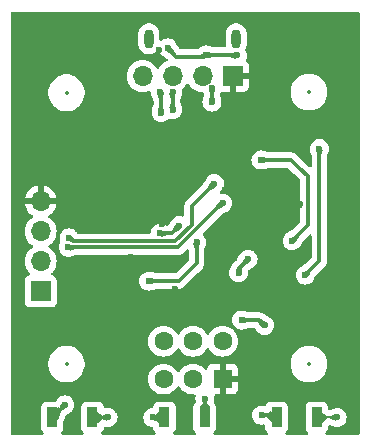
<source format=gbr>
%TF.GenerationSoftware,KiCad,Pcbnew,8.0.5*%
%TF.CreationDate,2024-09-25T23:10:07-04:00*%
%TF.ProjectId,kryptkey,6b727970-746b-4657-992e-6b696361645f,v0.1*%
%TF.SameCoordinates,Original*%
%TF.FileFunction,Copper,L2,Bot*%
%TF.FilePolarity,Positive*%
%FSLAX46Y46*%
G04 Gerber Fmt 4.6, Leading zero omitted, Abs format (unit mm)*
G04 Created by KiCad (PCBNEW 8.0.5) date 2024-09-25 23:10:07*
%MOMM*%
%LPD*%
G01*
G04 APERTURE LIST*
%TA.AperFunction,ComponentPad*%
%ADD10R,1.600000X1.600000*%
%TD*%
%TA.AperFunction,ComponentPad*%
%ADD11C,1.600000*%
%TD*%
%TA.AperFunction,SMDPad,CuDef*%
%ADD12R,0.900000X1.700000*%
%TD*%
%TA.AperFunction,ComponentPad*%
%ADD13R,1.700000X1.700000*%
%TD*%
%TA.AperFunction,ComponentPad*%
%ADD14O,1.700000X1.700000*%
%TD*%
%TA.AperFunction,ComponentPad*%
%ADD15O,0.800000X1.600000*%
%TD*%
%TA.AperFunction,ViaPad*%
%ADD16C,0.600000*%
%TD*%
%TA.AperFunction,Conductor*%
%ADD17C,0.200000*%
%TD*%
%TA.AperFunction,Conductor*%
%ADD18C,0.300000*%
%TD*%
%ADD19C,0.300000*%
%ADD20C,0.350000*%
%ADD21O,0.500000X1.300000*%
G04 APERTURE END LIST*
D10*
%TO.P,SW4,1,A*%
%TO.N,GND*%
X111274380Y-83704380D03*
D11*
%TO.P,SW4,2,B*%
%TO.N,/SW_BOOT0*%
X108774380Y-83704380D03*
%TO.P,SW4,3,C*%
%TO.N,+3V3*%
X106274380Y-83704380D03*
%TO.P,SW4,4*%
%TO.N,N/C*%
X111274380Y-80504380D03*
%TO.P,SW4,5*%
X108774380Y-80504380D03*
%TO.P,SW4,6*%
X106274380Y-80504380D03*
%TD*%
D12*
%TO.P,SW2,1,1*%
%TO.N,/UI_ENTER_BUTTON*%
X106349380Y-86954380D03*
%TO.P,SW2,2,2*%
%TO.N,+3V3*%
X109749380Y-86954380D03*
%TD*%
D13*
%TO.P,J2,1,Pin_1*%
%TO.N,+3V3*%
X95874380Y-76274380D03*
D14*
%TO.P,J2,2,Pin_2*%
%TO.N,/SWDIO*%
X95874380Y-73734380D03*
%TO.P,J2,3,Pin_3*%
%TO.N,/SWCLK*%
X95874380Y-71194380D03*
%TO.P,J2,4,Pin_4*%
%TO.N,GND*%
X95874380Y-68654380D03*
%TD*%
D13*
%TO.P,J1,1,Pin_1*%
%TO.N,GND*%
X112124380Y-58054380D03*
D14*
%TO.P,J1,2,Pin_2*%
%TO.N,+3V3*%
X109584380Y-58054380D03*
%TO.P,J1,3,Pin_3*%
%TO.N,/I2C1_SCL_OLED*%
X107044380Y-58054380D03*
%TO.P,J1,4,Pin_4*%
%TO.N,/I2C1_SDA_OLED*%
X104504380Y-58054380D03*
%TD*%
D15*
%TO.P,J3,S1,SHELL_GND*%
%TO.N,unconnected-(J3-SHELL_GND-PadS1)*%
X112424380Y-54891880D03*
%TO.P,J3,S2,SHELL_GND*%
%TO.N,unconnected-(J3-SHELL_GND-PadS1)_1*%
X105024380Y-54891880D03*
%TD*%
D12*
%TO.P,SW3,1,1*%
%TO.N,/UI_UP_BUTTON*%
X115849380Y-86954380D03*
%TO.P,SW3,2,2*%
%TO.N,+3V3*%
X119249380Y-86954380D03*
%TD*%
%TO.P,SW1,1,1*%
%TO.N,/UI_DOWN_BUTTON*%
X96849380Y-86954380D03*
%TO.P,SW1,2,2*%
%TO.N,+3V3*%
X100249380Y-86954380D03*
%TD*%
D16*
%TO.N,+3V3*%
X120974380Y-86954380D03*
%TO.N,/UI_UP_BUTTON*%
X114574380Y-86754380D03*
%TO.N,+3V3*%
X109774380Y-85354380D03*
%TO.N,/UI_ENTER_BUTTON*%
X105374380Y-86954380D03*
%TO.N,+3V3*%
X101574380Y-86954380D03*
%TO.N,/UI_DOWN_BUTTON*%
X97911880Y-85891880D03*
%TO.N,GND*%
X106174380Y-70604380D03*
X112024380Y-63804380D03*
X110924380Y-72604380D03*
X106374380Y-68704380D03*
X99524380Y-75104380D03*
X117849380Y-68904380D03*
X105851149Y-55863614D03*
X107274380Y-76054380D03*
X111474380Y-67654380D03*
X114474380Y-67754380D03*
X110524380Y-78104380D03*
X114224380Y-58054380D03*
X102724380Y-78204380D03*
X103524380Y-73354380D03*
X106424380Y-67104380D03*
X102574380Y-68704380D03*
X115624380Y-78154380D03*
%TO.N,+3V3*%
X112624380Y-74704380D03*
X117174380Y-72004380D03*
X110374380Y-59054360D03*
X113424380Y-73554380D03*
X114524380Y-65154380D03*
X110374380Y-60254380D03*
%TO.N,VBUS*%
X109874380Y-56254380D03*
X112524380Y-56304380D03*
X106624380Y-55658395D03*
X118274380Y-74904380D03*
X119474380Y-64204380D03*
%TO.N,/SWDIO*%
X111274380Y-68804380D03*
X98221165Y-72552611D03*
%TO.N,/SWCLK*%
X110574380Y-67154380D03*
X98274380Y-71754380D03*
%TO.N,/I2C1_SCL_OLED*%
X107044380Y-59384380D03*
X107044380Y-60904380D03*
%TO.N,/I2C1_SDA_OLED*%
X105974380Y-59404380D03*
X106074380Y-61154380D03*
%TO.N,/UI_UP_BUTTON*%
X112874380Y-78704380D03*
X114824380Y-79154380D03*
%TO.N,+3V3_A*%
X105014760Y-75414000D03*
X109074380Y-72104380D03*
X107624380Y-70704380D03*
X105968249Y-71377371D03*
%TD*%
D17*
%TO.N,+3V3*%
X120974380Y-86954380D02*
X119249380Y-86954380D01*
%TO.N,/UI_UP_BUTTON*%
X115649380Y-86754380D02*
X115849380Y-86954380D01*
X114574380Y-86754380D02*
X115649380Y-86754380D01*
%TO.N,+3V3*%
X109774380Y-86929380D02*
X109749380Y-86954380D01*
X109774380Y-85354380D02*
X109774380Y-86929380D01*
%TO.N,/UI_ENTER_BUTTON*%
X105374380Y-86954380D02*
X106349380Y-86954380D01*
%TO.N,+3V3*%
X101574380Y-86954380D02*
X100249380Y-86954380D01*
%TO.N,/UI_DOWN_BUTTON*%
X97911880Y-85891880D02*
X96849380Y-86954380D01*
D18*
%TO.N,GND*%
X102574380Y-68704380D02*
X106374380Y-68704380D01*
X111474380Y-67654380D02*
X112024380Y-67104380D01*
X114874380Y-67754380D02*
X114474380Y-67754380D01*
X112024380Y-67104380D02*
X112024380Y-63804380D01*
X117599380Y-69154380D02*
X116274380Y-69154380D01*
X117849380Y-68904380D02*
X117599380Y-69154380D01*
X116274380Y-69154380D02*
X114874380Y-67754380D01*
%TO.N,+3V3*%
X110374380Y-59054360D02*
X110374380Y-60254380D01*
X112624380Y-74704380D02*
X112624380Y-74354380D01*
X118499380Y-66529380D02*
X117774380Y-65804380D01*
X117074380Y-65154380D02*
X114524380Y-65154380D01*
X112624380Y-74354380D02*
X113424380Y-73554380D01*
X117174380Y-72004380D02*
X118499380Y-70679380D01*
X117774380Y-65804380D02*
X117724380Y-65804380D01*
X118499380Y-70679380D02*
X118499380Y-66529380D01*
X117724380Y-65804380D02*
X117074380Y-65154380D01*
%TO.N,VBUS*%
X119474380Y-73704380D02*
X119474380Y-64204380D01*
X112474380Y-56254380D02*
X112524380Y-56304380D01*
X107370365Y-56404380D02*
X109724380Y-56404380D01*
X106624380Y-55658395D02*
X107370365Y-56404380D01*
X109724380Y-56404380D02*
X109874380Y-56254380D01*
X109874380Y-56254380D02*
X112474380Y-56254380D01*
X118274380Y-74904380D02*
X119474380Y-73704380D01*
%TO.N,/SWDIO*%
X98221165Y-72552611D02*
X107476149Y-72552611D01*
X111224380Y-68804380D02*
X111274380Y-68804380D01*
X111374380Y-68704380D02*
X111274380Y-68804380D01*
X107476149Y-72552611D02*
X111224380Y-68804380D01*
%TO.N,/SWCLK*%
X107269043Y-72052611D02*
X108674380Y-70647274D01*
X108674380Y-70647274D02*
X108674380Y-69054380D01*
X98640404Y-72052611D02*
X107269043Y-72052611D01*
X98274380Y-71754380D02*
X98342173Y-71754380D01*
X108674380Y-69054380D02*
X110574380Y-67154380D01*
X98342173Y-71754380D02*
X98640404Y-72052611D01*
%TO.N,/I2C1_SCL_OLED*%
X107024380Y-60754380D02*
X107044380Y-60774380D01*
X107044380Y-60734380D02*
X107024380Y-60754380D01*
X107044380Y-59384380D02*
X107044380Y-60734380D01*
X107044380Y-60774380D02*
X107044380Y-60904380D01*
%TO.N,/I2C1_SDA_OLED*%
X106074380Y-59504380D02*
X106074380Y-61154380D01*
X105974380Y-59404380D02*
X106074380Y-59504380D01*
%TO.N,/UI_UP_BUTTON*%
X114374380Y-78704380D02*
X114824380Y-79154380D01*
X112874380Y-78704380D02*
X114374380Y-78704380D01*
%TO.N,+3V3_A*%
X106951389Y-71377371D02*
X107624380Y-70704380D01*
X109074380Y-73873619D02*
X107543619Y-75404380D01*
X105968249Y-71377371D02*
X106951389Y-71377371D01*
X105074380Y-75354380D02*
X105014760Y-75414000D01*
X109074380Y-72104380D02*
X109074380Y-73873619D01*
X107543619Y-75404380D02*
X105124380Y-75404380D01*
X105124380Y-75404380D02*
X105074380Y-75354380D01*
%TD*%
%TA.AperFunction,Conductor*%
%TO.N,GND*%
G36*
X122866919Y-52674565D02*
G01*
X122912674Y-52727369D01*
X122923880Y-52778880D01*
X122923880Y-88279880D01*
X122904195Y-88346919D01*
X122851391Y-88392674D01*
X122799880Y-88403880D01*
X120106274Y-88403880D01*
X120039235Y-88384195D01*
X119993480Y-88331391D01*
X119983536Y-88262233D01*
X120012561Y-88198677D01*
X120031962Y-88180614D01*
X120056926Y-88161926D01*
X120143176Y-88046711D01*
X120193471Y-87911863D01*
X120199880Y-87852253D01*
X120199879Y-87716144D01*
X120219563Y-87649106D01*
X120247746Y-87618269D01*
X120256544Y-87611425D01*
X120321543Y-87585804D01*
X120375205Y-87592824D01*
X120541945Y-87653709D01*
X120541947Y-87653709D01*
X120675694Y-87702545D01*
X120716204Y-87715434D01*
X120717606Y-87715607D01*
X120743336Y-87721626D01*
X120795125Y-87739748D01*
X120795129Y-87739748D01*
X120795131Y-87739749D01*
X120974376Y-87759945D01*
X120974380Y-87759945D01*
X120974384Y-87759945D01*
X121153629Y-87739749D01*
X121153632Y-87739748D01*
X121153635Y-87739748D01*
X121323902Y-87680169D01*
X121476642Y-87584196D01*
X121604196Y-87456642D01*
X121700169Y-87303902D01*
X121759748Y-87133635D01*
X121779945Y-86954380D01*
X121759748Y-86775125D01*
X121700169Y-86604858D01*
X121681486Y-86575125D01*
X121604195Y-86452117D01*
X121476642Y-86324564D01*
X121323903Y-86228591D01*
X121153634Y-86169011D01*
X121153629Y-86169010D01*
X120974384Y-86148815D01*
X120974376Y-86148815D01*
X120795126Y-86169011D01*
X120795125Y-86169011D01*
X120716144Y-86196647D01*
X120700719Y-86200949D01*
X120675689Y-86206214D01*
X120375206Y-86315932D01*
X120305482Y-86320435D01*
X120256548Y-86297334D01*
X120247751Y-86290492D01*
X120206918Y-86233796D01*
X120199879Y-86192612D01*
X120199879Y-86056509D01*
X120199878Y-86056503D01*
X120199877Y-86056496D01*
X120193471Y-85996897D01*
X120189289Y-85985685D01*
X120143177Y-85862051D01*
X120143173Y-85862044D01*
X120056927Y-85746835D01*
X120056924Y-85746832D01*
X119941715Y-85660586D01*
X119941708Y-85660582D01*
X119806862Y-85610288D01*
X119806863Y-85610288D01*
X119747263Y-85603881D01*
X119747261Y-85603880D01*
X119747253Y-85603880D01*
X119747244Y-85603880D01*
X118751509Y-85603880D01*
X118751503Y-85603881D01*
X118691896Y-85610288D01*
X118557051Y-85660582D01*
X118557044Y-85660586D01*
X118441835Y-85746832D01*
X118441832Y-85746835D01*
X118355586Y-85862044D01*
X118355582Y-85862051D01*
X118305288Y-85996897D01*
X118298881Y-86056496D01*
X118298881Y-86056503D01*
X118298880Y-86056515D01*
X118298880Y-87852250D01*
X118298881Y-87852256D01*
X118305288Y-87911863D01*
X118355582Y-88046708D01*
X118355586Y-88046715D01*
X118441832Y-88161924D01*
X118441833Y-88161924D01*
X118441834Y-88161926D01*
X118466798Y-88180614D01*
X118508668Y-88236548D01*
X118513652Y-88306240D01*
X118480166Y-88367562D01*
X118418842Y-88401047D01*
X118392486Y-88403880D01*
X116706274Y-88403880D01*
X116639235Y-88384195D01*
X116593480Y-88331391D01*
X116583536Y-88262233D01*
X116612561Y-88198677D01*
X116631962Y-88180614D01*
X116656926Y-88161926D01*
X116743176Y-88046711D01*
X116793471Y-87911863D01*
X116799880Y-87852253D01*
X116799879Y-86056508D01*
X116793471Y-85996897D01*
X116789289Y-85985685D01*
X116743177Y-85862051D01*
X116743173Y-85862044D01*
X116656927Y-85746835D01*
X116656924Y-85746832D01*
X116541715Y-85660586D01*
X116541708Y-85660582D01*
X116406862Y-85610288D01*
X116406863Y-85610288D01*
X116347263Y-85603881D01*
X116347261Y-85603880D01*
X116347253Y-85603880D01*
X116347244Y-85603880D01*
X115351509Y-85603880D01*
X115351503Y-85603881D01*
X115291896Y-85610288D01*
X115157051Y-85660582D01*
X115157044Y-85660586D01*
X115041835Y-85746832D01*
X115041832Y-85746835D01*
X114955586Y-85862044D01*
X114955583Y-85862049D01*
X114939439Y-85905335D01*
X114897567Y-85961268D01*
X114832103Y-85985685D01*
X114782303Y-85979043D01*
X114753632Y-85969011D01*
X114574384Y-85948815D01*
X114574376Y-85948815D01*
X114395130Y-85969010D01*
X114395125Y-85969011D01*
X114224856Y-86028591D01*
X114072117Y-86124564D01*
X113944564Y-86252117D01*
X113848591Y-86404856D01*
X113789011Y-86575125D01*
X113789010Y-86575130D01*
X113768815Y-86754376D01*
X113768815Y-86754383D01*
X113789010Y-86933629D01*
X113789011Y-86933634D01*
X113848591Y-87103903D01*
X113930692Y-87234565D01*
X113944564Y-87256642D01*
X114072118Y-87384196D01*
X114224858Y-87480169D01*
X114392899Y-87538969D01*
X114395125Y-87539748D01*
X114395130Y-87539749D01*
X114574376Y-87559945D01*
X114574380Y-87559945D01*
X114574384Y-87559945D01*
X114760556Y-87538969D01*
X114760902Y-87542046D01*
X114816940Y-87545439D01*
X114873328Y-87586696D01*
X114898460Y-87651889D01*
X114898880Y-87662087D01*
X114898880Y-87852249D01*
X114898881Y-87852256D01*
X114905288Y-87911863D01*
X114955582Y-88046708D01*
X114955586Y-88046715D01*
X115041832Y-88161924D01*
X115041833Y-88161924D01*
X115041834Y-88161926D01*
X115066798Y-88180614D01*
X115108668Y-88236548D01*
X115113652Y-88306240D01*
X115080166Y-88367562D01*
X115018842Y-88401047D01*
X114992486Y-88403880D01*
X110606274Y-88403880D01*
X110539235Y-88384195D01*
X110493480Y-88331391D01*
X110483536Y-88262233D01*
X110512561Y-88198677D01*
X110531962Y-88180614D01*
X110556926Y-88161926D01*
X110643176Y-88046711D01*
X110693471Y-87911863D01*
X110699880Y-87852253D01*
X110699879Y-86156626D01*
X110701941Y-86134757D01*
X110701983Y-86133876D01*
X110701985Y-86133869D01*
X110700381Y-86116097D01*
X110699879Y-86104951D01*
X110699879Y-86056509D01*
X110699878Y-86056503D01*
X110699877Y-86056496D01*
X110693471Y-85996897D01*
X110685221Y-85974778D01*
X110682464Y-85966506D01*
X110671705Y-85929965D01*
X110664231Y-85915702D01*
X110657885Y-85901486D01*
X110643176Y-85862049D01*
X110625594Y-85838563D01*
X110615027Y-85821805D01*
X110604925Y-85802528D01*
X110604922Y-85802522D01*
X110551308Y-85728287D01*
X110528016Y-85662418D01*
X110533668Y-85618099D01*
X110535451Y-85612497D01*
X110535621Y-85611119D01*
X110541642Y-85585374D01*
X110559748Y-85533635D01*
X110579945Y-85354380D01*
X110559748Y-85175125D01*
X110557722Y-85169335D01*
X110554161Y-85099556D01*
X110588890Y-85038928D01*
X110650883Y-85006701D01*
X110674764Y-85004380D01*
X111024380Y-85004380D01*
X111024380Y-84020066D01*
X111028774Y-84024460D01*
X111119986Y-84077121D01*
X111221719Y-84104380D01*
X111327041Y-84104380D01*
X111428774Y-84077121D01*
X111519986Y-84024460D01*
X111524380Y-84020066D01*
X111524380Y-85004380D01*
X112122208Y-85004380D01*
X112122224Y-85004379D01*
X112181752Y-84997978D01*
X112181759Y-84997976D01*
X112316466Y-84947734D01*
X112316473Y-84947730D01*
X112431567Y-84861570D01*
X112431570Y-84861567D01*
X112517730Y-84746473D01*
X112517734Y-84746466D01*
X112567976Y-84611759D01*
X112567978Y-84611752D01*
X112574379Y-84552224D01*
X112574380Y-84552207D01*
X112574380Y-83954380D01*
X111590066Y-83954380D01*
X111594460Y-83949986D01*
X111647121Y-83858774D01*
X111674380Y-83757041D01*
X111674380Y-83651719D01*
X111647121Y-83549986D01*
X111594460Y-83458774D01*
X111590066Y-83454380D01*
X112574380Y-83454380D01*
X112574380Y-82856552D01*
X112574379Y-82856535D01*
X112567978Y-82797007D01*
X112567976Y-82797000D01*
X112517734Y-82662293D01*
X112517730Y-82662286D01*
X112431570Y-82547192D01*
X112431567Y-82547189D01*
X112316473Y-82461029D01*
X112316466Y-82461025D01*
X112181759Y-82410783D01*
X112181752Y-82410781D01*
X112122224Y-82404380D01*
X111524380Y-82404380D01*
X111524380Y-83388694D01*
X111519986Y-83384300D01*
X111428774Y-83331639D01*
X111327041Y-83304380D01*
X111221719Y-83304380D01*
X111119986Y-83331639D01*
X111028774Y-83384300D01*
X111024380Y-83388694D01*
X111024380Y-82404380D01*
X110426535Y-82404380D01*
X110367007Y-82410781D01*
X110367000Y-82410783D01*
X110232293Y-82461025D01*
X110232286Y-82461029D01*
X110117192Y-82547189D01*
X110117189Y-82547192D01*
X110031029Y-82662286D01*
X110031025Y-82662293D01*
X109980781Y-82797006D01*
X109979430Y-82802723D01*
X109944855Y-82863438D01*
X109882944Y-82895823D01*
X109813352Y-82889594D01*
X109771073Y-82861886D01*
X109613521Y-82704334D01*
X109427114Y-82573812D01*
X109427112Y-82573811D01*
X109220877Y-82477641D01*
X109220868Y-82477638D01*
X109001077Y-82418746D01*
X109001073Y-82418745D01*
X109001072Y-82418745D01*
X109001071Y-82418744D01*
X109001066Y-82418744D01*
X108774382Y-82398912D01*
X108774378Y-82398912D01*
X108547693Y-82418744D01*
X108547682Y-82418746D01*
X108327891Y-82477638D01*
X108327882Y-82477641D01*
X108121647Y-82573811D01*
X108121645Y-82573812D01*
X107935238Y-82704334D01*
X107774334Y-82865238D01*
X107643813Y-83051644D01*
X107643812Y-83051646D01*
X107636760Y-83066767D01*
X107590589Y-83119205D01*
X107523395Y-83138356D01*
X107456514Y-83118140D01*
X107411999Y-83066767D01*
X107404948Y-83051646D01*
X107274427Y-82865241D01*
X107274425Y-82865238D01*
X107113521Y-82704334D01*
X106927114Y-82573812D01*
X106927112Y-82573811D01*
X106720877Y-82477641D01*
X106720868Y-82477638D01*
X106501077Y-82418746D01*
X106501073Y-82418745D01*
X106501072Y-82418745D01*
X106501071Y-82418744D01*
X106501066Y-82418744D01*
X106274382Y-82398912D01*
X106274378Y-82398912D01*
X106047693Y-82418744D01*
X106047682Y-82418746D01*
X105827891Y-82477638D01*
X105827882Y-82477641D01*
X105621647Y-82573811D01*
X105621645Y-82573812D01*
X105435238Y-82704334D01*
X105274334Y-82865238D01*
X105143812Y-83051645D01*
X105143811Y-83051647D01*
X105047641Y-83257882D01*
X105047638Y-83257891D01*
X104988746Y-83477682D01*
X104988744Y-83477693D01*
X104968912Y-83704378D01*
X104968912Y-83704381D01*
X104988744Y-83931066D01*
X104988746Y-83931077D01*
X105047638Y-84150868D01*
X105047641Y-84150877D01*
X105143811Y-84357112D01*
X105143812Y-84357114D01*
X105274334Y-84543521D01*
X105435238Y-84704425D01*
X105435241Y-84704427D01*
X105621646Y-84834948D01*
X105827884Y-84931119D01*
X106047688Y-84990015D01*
X106209610Y-85004181D01*
X106274378Y-85009848D01*
X106274380Y-85009848D01*
X106274382Y-85009848D01*
X106336891Y-85004379D01*
X106501072Y-84990015D01*
X106720876Y-84931119D01*
X106927114Y-84834948D01*
X107113519Y-84704427D01*
X107274427Y-84543519D01*
X107404948Y-84357114D01*
X107411998Y-84341994D01*
X107458169Y-84289556D01*
X107525362Y-84270403D01*
X107592244Y-84290618D01*
X107636761Y-84341994D01*
X107643812Y-84357113D01*
X107643812Y-84357114D01*
X107774334Y-84543521D01*
X107935238Y-84704425D01*
X107935241Y-84704427D01*
X108121646Y-84834948D01*
X108327884Y-84931119D01*
X108547688Y-84990015D01*
X108709610Y-85004181D01*
X108774378Y-85009848D01*
X108774380Y-85009848D01*
X108864191Y-85001990D01*
X108932689Y-85015756D01*
X108982872Y-85064371D01*
X108998806Y-85132400D01*
X108992040Y-85166469D01*
X108989012Y-85175120D01*
X108989010Y-85175130D01*
X108968815Y-85354376D01*
X108968815Y-85354383D01*
X108989011Y-85533633D01*
X108989011Y-85533634D01*
X109007610Y-85586788D01*
X109011171Y-85656566D01*
X108987532Y-85705033D01*
X108982444Y-85711416D01*
X108959792Y-85733390D01*
X108941837Y-85746830D01*
X108941831Y-85746837D01*
X108855586Y-85862044D01*
X108855582Y-85862051D01*
X108805288Y-85996897D01*
X108798881Y-86056496D01*
X108798881Y-86056503D01*
X108798880Y-86056515D01*
X108798880Y-87852250D01*
X108798881Y-87852256D01*
X108805288Y-87911863D01*
X108855582Y-88046708D01*
X108855586Y-88046715D01*
X108941832Y-88161924D01*
X108941833Y-88161924D01*
X108941834Y-88161926D01*
X108966798Y-88180614D01*
X109008668Y-88236548D01*
X109013652Y-88306240D01*
X108980166Y-88367562D01*
X108918842Y-88401047D01*
X108892486Y-88403880D01*
X107206274Y-88403880D01*
X107139235Y-88384195D01*
X107093480Y-88331391D01*
X107083536Y-88262233D01*
X107112561Y-88198677D01*
X107131962Y-88180614D01*
X107156926Y-88161926D01*
X107243176Y-88046711D01*
X107293471Y-87911863D01*
X107299880Y-87852253D01*
X107299879Y-86056508D01*
X107293471Y-85996897D01*
X107289289Y-85985685D01*
X107243177Y-85862051D01*
X107243173Y-85862044D01*
X107156927Y-85746835D01*
X107156924Y-85746832D01*
X107041715Y-85660586D01*
X107041708Y-85660582D01*
X106906862Y-85610288D01*
X106906863Y-85610288D01*
X106847263Y-85603881D01*
X106847261Y-85603880D01*
X106847253Y-85603880D01*
X106847244Y-85603880D01*
X105851509Y-85603880D01*
X105851503Y-85603881D01*
X105791896Y-85610288D01*
X105657051Y-85660582D01*
X105657044Y-85660586D01*
X105541835Y-85746832D01*
X105541832Y-85746835D01*
X105455586Y-85862044D01*
X105455582Y-85862051D01*
X105405288Y-85996896D01*
X105399760Y-86048317D01*
X105373022Y-86112868D01*
X105315629Y-86152716D01*
X105290355Y-86158281D01*
X105195129Y-86169010D01*
X105195125Y-86169011D01*
X105024856Y-86228591D01*
X104872117Y-86324564D01*
X104744564Y-86452117D01*
X104648591Y-86604856D01*
X104589011Y-86775125D01*
X104589010Y-86775130D01*
X104568815Y-86954376D01*
X104568815Y-86954383D01*
X104589010Y-87133629D01*
X104589011Y-87133634D01*
X104648591Y-87303903D01*
X104699042Y-87384195D01*
X104744564Y-87456642D01*
X104872118Y-87584196D01*
X104876097Y-87586696D01*
X104996080Y-87662087D01*
X105024858Y-87680169D01*
X105195125Y-87739748D01*
X105195130Y-87739749D01*
X105290354Y-87750478D01*
X105354768Y-87777544D01*
X105394323Y-87835139D01*
X105399761Y-87860444D01*
X105405288Y-87911863D01*
X105455582Y-88046708D01*
X105455586Y-88046715D01*
X105541832Y-88161924D01*
X105541833Y-88161924D01*
X105541834Y-88161926D01*
X105566798Y-88180614D01*
X105608668Y-88236548D01*
X105613652Y-88306240D01*
X105580166Y-88367562D01*
X105518842Y-88401047D01*
X105492486Y-88403880D01*
X101106274Y-88403880D01*
X101039235Y-88384195D01*
X100993480Y-88331391D01*
X100983536Y-88262233D01*
X101012561Y-88198677D01*
X101031962Y-88180614D01*
X101056926Y-88161926D01*
X101143176Y-88046711D01*
X101193471Y-87911863D01*
X101199880Y-87852253D01*
X101199879Y-87846198D01*
X101219556Y-87779161D01*
X101272356Y-87733400D01*
X101341513Y-87723449D01*
X101364824Y-87729145D01*
X101395125Y-87739748D01*
X101395129Y-87739748D01*
X101395131Y-87739749D01*
X101574376Y-87759945D01*
X101574380Y-87759945D01*
X101574384Y-87759945D01*
X101753629Y-87739749D01*
X101753632Y-87739748D01*
X101753635Y-87739748D01*
X101923902Y-87680169D01*
X102076642Y-87584196D01*
X102204196Y-87456642D01*
X102300169Y-87303902D01*
X102359748Y-87133635D01*
X102379945Y-86954380D01*
X102359748Y-86775125D01*
X102300169Y-86604858D01*
X102281486Y-86575125D01*
X102204195Y-86452117D01*
X102076642Y-86324564D01*
X101923903Y-86228591D01*
X101753634Y-86169011D01*
X101753629Y-86169010D01*
X101574384Y-86148815D01*
X101574376Y-86148815D01*
X101395126Y-86169011D01*
X101395125Y-86169011D01*
X101364832Y-86179611D01*
X101295053Y-86183172D01*
X101234426Y-86148442D01*
X101202200Y-86086448D01*
X101199879Y-86062569D01*
X101199879Y-86056509D01*
X101199878Y-86056503D01*
X101199877Y-86056496D01*
X101193471Y-85996897D01*
X101189289Y-85985685D01*
X101143177Y-85862051D01*
X101143173Y-85862044D01*
X101056927Y-85746835D01*
X101056924Y-85746832D01*
X100941715Y-85660586D01*
X100941708Y-85660582D01*
X100806862Y-85610288D01*
X100806863Y-85610288D01*
X100747263Y-85603881D01*
X100747261Y-85603880D01*
X100747253Y-85603880D01*
X100747244Y-85603880D01*
X99751509Y-85603880D01*
X99751503Y-85603881D01*
X99691896Y-85610288D01*
X99557051Y-85660582D01*
X99557044Y-85660586D01*
X99441835Y-85746832D01*
X99441832Y-85746835D01*
X99355586Y-85862044D01*
X99355582Y-85862051D01*
X99305288Y-85996897D01*
X99298881Y-86056496D01*
X99298881Y-86056503D01*
X99298880Y-86056515D01*
X99298880Y-87852250D01*
X99298881Y-87852256D01*
X99305288Y-87911863D01*
X99355582Y-88046708D01*
X99355586Y-88046715D01*
X99441832Y-88161924D01*
X99441833Y-88161924D01*
X99441834Y-88161926D01*
X99466798Y-88180614D01*
X99508668Y-88236548D01*
X99513652Y-88306240D01*
X99480166Y-88367562D01*
X99418842Y-88401047D01*
X99392486Y-88403880D01*
X97706274Y-88403880D01*
X97639235Y-88384195D01*
X97593480Y-88331391D01*
X97583536Y-88262233D01*
X97612561Y-88198677D01*
X97631962Y-88180614D01*
X97656926Y-88161926D01*
X97743176Y-88046711D01*
X97793471Y-87911863D01*
X97799880Y-87852253D01*
X97799879Y-87284503D01*
X97810380Y-87234565D01*
X97854789Y-87133635D01*
X98016949Y-86765088D01*
X98061965Y-86711655D01*
X98078143Y-86702601D01*
X98229710Y-86632116D01*
X98241995Y-86625759D01*
X98258023Y-86618851D01*
X98261402Y-86617669D01*
X98414142Y-86521696D01*
X98541696Y-86394142D01*
X98637669Y-86241402D01*
X98697248Y-86071135D01*
X98698213Y-86062569D01*
X98717445Y-85891883D01*
X98717445Y-85891876D01*
X98697249Y-85712630D01*
X98697248Y-85712625D01*
X98659196Y-85603880D01*
X98637669Y-85542358D01*
X98632187Y-85533634D01*
X98541695Y-85389617D01*
X98414142Y-85262064D01*
X98261403Y-85166091D01*
X98091134Y-85106511D01*
X98091129Y-85106510D01*
X97911884Y-85086315D01*
X97911876Y-85086315D01*
X97732630Y-85106510D01*
X97732625Y-85106511D01*
X97562356Y-85166091D01*
X97409617Y-85262064D01*
X97282064Y-85389617D01*
X97223667Y-85482556D01*
X97186093Y-85542356D01*
X97183896Y-85545852D01*
X97131561Y-85592143D01*
X97078902Y-85603880D01*
X96351509Y-85603880D01*
X96351503Y-85603881D01*
X96291896Y-85610288D01*
X96157051Y-85660582D01*
X96157044Y-85660586D01*
X96041835Y-85746832D01*
X96041832Y-85746835D01*
X95955586Y-85862044D01*
X95955582Y-85862051D01*
X95905288Y-85996897D01*
X95898881Y-86056496D01*
X95898881Y-86056503D01*
X95898880Y-86056515D01*
X95898880Y-87852250D01*
X95898881Y-87852256D01*
X95905288Y-87911863D01*
X95955582Y-88046708D01*
X95955586Y-88046715D01*
X96041832Y-88161924D01*
X96041833Y-88161924D01*
X96041834Y-88161926D01*
X96066798Y-88180614D01*
X96108668Y-88236548D01*
X96113652Y-88306240D01*
X96080166Y-88367562D01*
X96018842Y-88401047D01*
X95992486Y-88403880D01*
X93448880Y-88403880D01*
X93381841Y-88384195D01*
X93336086Y-88331391D01*
X93324880Y-88279880D01*
X93324880Y-82312353D01*
X96508880Y-82312353D01*
X96508880Y-82556406D01*
X96546987Y-82797006D01*
X96547059Y-82797456D01*
X96579020Y-82895823D01*
X96622477Y-83029567D01*
X96733276Y-83247022D01*
X96876719Y-83444456D01*
X96876723Y-83444461D01*
X97049298Y-83617036D01*
X97049303Y-83617040D01*
X97169517Y-83704380D01*
X97246741Y-83760486D01*
X97464195Y-83871284D01*
X97696304Y-83946701D01*
X97937353Y-83984880D01*
X97937354Y-83984880D01*
X98181406Y-83984880D01*
X98181407Y-83984880D01*
X98422456Y-83946701D01*
X98654565Y-83871284D01*
X98872019Y-83760486D01*
X99069463Y-83617035D01*
X99242035Y-83444463D01*
X99385486Y-83247019D01*
X99496284Y-83029565D01*
X99571701Y-82797456D01*
X99609880Y-82556407D01*
X99609880Y-82312353D01*
X117038880Y-82312353D01*
X117038880Y-82556406D01*
X117076987Y-82797006D01*
X117077059Y-82797456D01*
X117109020Y-82895823D01*
X117152477Y-83029567D01*
X117263276Y-83247022D01*
X117406719Y-83444456D01*
X117406723Y-83444461D01*
X117579298Y-83617036D01*
X117579303Y-83617040D01*
X117699517Y-83704380D01*
X117776741Y-83760486D01*
X117994195Y-83871284D01*
X118226304Y-83946701D01*
X118467353Y-83984880D01*
X118467354Y-83984880D01*
X118711406Y-83984880D01*
X118711407Y-83984880D01*
X118952456Y-83946701D01*
X119184565Y-83871284D01*
X119402019Y-83760486D01*
X119599463Y-83617035D01*
X119772035Y-83444463D01*
X119915486Y-83247019D01*
X120026284Y-83029565D01*
X120101701Y-82797456D01*
X120139880Y-82556407D01*
X120139880Y-82312353D01*
X120101701Y-82071304D01*
X120026284Y-81839195D01*
X119915486Y-81621741D01*
X119830253Y-81504427D01*
X119772040Y-81424303D01*
X119772036Y-81424298D01*
X119599461Y-81251723D01*
X119599456Y-81251719D01*
X119402022Y-81108276D01*
X119402021Y-81108275D01*
X119402019Y-81108274D01*
X119184565Y-80997476D01*
X118952456Y-80922059D01*
X118952454Y-80922058D01*
X118952452Y-80922058D01*
X118784149Y-80895401D01*
X118711407Y-80883880D01*
X118467353Y-80883880D01*
X118411473Y-80892730D01*
X118226307Y-80922058D01*
X117994192Y-80997477D01*
X117776737Y-81108276D01*
X117579303Y-81251719D01*
X117579298Y-81251723D01*
X117406723Y-81424298D01*
X117406719Y-81424303D01*
X117263276Y-81621737D01*
X117152477Y-81839192D01*
X117077058Y-82071307D01*
X117038880Y-82312353D01*
X99609880Y-82312353D01*
X99571701Y-82071304D01*
X99496284Y-81839195D01*
X99385486Y-81621741D01*
X99300253Y-81504427D01*
X99242040Y-81424303D01*
X99242036Y-81424298D01*
X99069461Y-81251723D01*
X99069456Y-81251719D01*
X98872022Y-81108276D01*
X98872021Y-81108275D01*
X98872019Y-81108274D01*
X98654565Y-80997476D01*
X98422456Y-80922059D01*
X98422454Y-80922058D01*
X98422452Y-80922058D01*
X98254149Y-80895401D01*
X98181407Y-80883880D01*
X97937353Y-80883880D01*
X97881473Y-80892730D01*
X97696307Y-80922058D01*
X97464192Y-80997477D01*
X97246737Y-81108276D01*
X97049303Y-81251719D01*
X97049298Y-81251723D01*
X96876723Y-81424298D01*
X96876719Y-81424303D01*
X96733276Y-81621737D01*
X96622477Y-81839192D01*
X96547058Y-82071307D01*
X96508880Y-82312353D01*
X93324880Y-82312353D01*
X93324880Y-80504378D01*
X104968912Y-80504378D01*
X104968912Y-80504381D01*
X104988744Y-80731066D01*
X104988746Y-80731077D01*
X105047638Y-80950868D01*
X105047641Y-80950877D01*
X105143811Y-81157112D01*
X105143812Y-81157114D01*
X105274334Y-81343521D01*
X105435238Y-81504425D01*
X105435241Y-81504427D01*
X105621646Y-81634948D01*
X105827884Y-81731119D01*
X106047688Y-81790015D01*
X106209610Y-81804181D01*
X106274378Y-81809848D01*
X106274380Y-81809848D01*
X106274382Y-81809848D01*
X106331053Y-81804889D01*
X106501072Y-81790015D01*
X106720876Y-81731119D01*
X106927114Y-81634948D01*
X107113519Y-81504427D01*
X107274427Y-81343519D01*
X107404948Y-81157114D01*
X107411998Y-81141994D01*
X107458169Y-81089556D01*
X107525362Y-81070403D01*
X107592244Y-81090618D01*
X107636761Y-81141994D01*
X107643812Y-81157113D01*
X107643812Y-81157114D01*
X107774334Y-81343521D01*
X107935238Y-81504425D01*
X107935241Y-81504427D01*
X108121646Y-81634948D01*
X108327884Y-81731119D01*
X108547688Y-81790015D01*
X108709610Y-81804181D01*
X108774378Y-81809848D01*
X108774380Y-81809848D01*
X108774382Y-81809848D01*
X108831053Y-81804889D01*
X109001072Y-81790015D01*
X109220876Y-81731119D01*
X109427114Y-81634948D01*
X109613519Y-81504427D01*
X109774427Y-81343519D01*
X109904948Y-81157114D01*
X109911998Y-81141994D01*
X109958169Y-81089556D01*
X110025362Y-81070403D01*
X110092244Y-81090618D01*
X110136761Y-81141994D01*
X110143812Y-81157113D01*
X110143812Y-81157114D01*
X110274334Y-81343521D01*
X110435238Y-81504425D01*
X110435241Y-81504427D01*
X110621646Y-81634948D01*
X110827884Y-81731119D01*
X111047688Y-81790015D01*
X111209610Y-81804181D01*
X111274378Y-81809848D01*
X111274380Y-81809848D01*
X111274382Y-81809848D01*
X111331053Y-81804889D01*
X111501072Y-81790015D01*
X111720876Y-81731119D01*
X111927114Y-81634948D01*
X112113519Y-81504427D01*
X112274427Y-81343519D01*
X112404948Y-81157114D01*
X112501119Y-80950876D01*
X112560015Y-80731072D01*
X112579848Y-80504380D01*
X112560015Y-80277688D01*
X112501119Y-80057884D01*
X112404948Y-79851646D01*
X112274427Y-79665241D01*
X112274425Y-79665238D01*
X112113521Y-79504334D01*
X111927114Y-79373812D01*
X111927112Y-79373811D01*
X111720877Y-79277641D01*
X111720868Y-79277638D01*
X111501077Y-79218746D01*
X111501073Y-79218745D01*
X111501072Y-79218745D01*
X111501071Y-79218744D01*
X111501066Y-79218744D01*
X111274382Y-79198912D01*
X111274378Y-79198912D01*
X111047693Y-79218744D01*
X111047682Y-79218746D01*
X110827891Y-79277638D01*
X110827882Y-79277641D01*
X110621647Y-79373811D01*
X110621645Y-79373812D01*
X110435238Y-79504334D01*
X110274334Y-79665238D01*
X110143813Y-79851644D01*
X110143812Y-79851646D01*
X110136760Y-79866767D01*
X110090589Y-79919205D01*
X110023395Y-79938356D01*
X109956514Y-79918140D01*
X109911999Y-79866767D01*
X109904948Y-79851646D01*
X109774427Y-79665241D01*
X109774425Y-79665238D01*
X109613521Y-79504334D01*
X109427114Y-79373812D01*
X109427112Y-79373811D01*
X109220877Y-79277641D01*
X109220868Y-79277638D01*
X109001077Y-79218746D01*
X109001073Y-79218745D01*
X109001072Y-79218745D01*
X109001071Y-79218744D01*
X109001066Y-79218744D01*
X108774382Y-79198912D01*
X108774378Y-79198912D01*
X108547693Y-79218744D01*
X108547682Y-79218746D01*
X108327891Y-79277638D01*
X108327882Y-79277641D01*
X108121647Y-79373811D01*
X108121645Y-79373812D01*
X107935238Y-79504334D01*
X107774334Y-79665238D01*
X107643813Y-79851644D01*
X107643812Y-79851646D01*
X107636760Y-79866767D01*
X107590589Y-79919205D01*
X107523395Y-79938356D01*
X107456514Y-79918140D01*
X107411999Y-79866767D01*
X107404948Y-79851646D01*
X107274427Y-79665241D01*
X107274425Y-79665238D01*
X107113521Y-79504334D01*
X106927114Y-79373812D01*
X106927112Y-79373811D01*
X106720877Y-79277641D01*
X106720868Y-79277638D01*
X106501077Y-79218746D01*
X106501073Y-79218745D01*
X106501072Y-79218745D01*
X106501071Y-79218744D01*
X106501066Y-79218744D01*
X106274382Y-79198912D01*
X106274378Y-79198912D01*
X106047693Y-79218744D01*
X106047682Y-79218746D01*
X105827891Y-79277638D01*
X105827882Y-79277641D01*
X105621647Y-79373811D01*
X105621645Y-79373812D01*
X105435238Y-79504334D01*
X105274334Y-79665238D01*
X105143812Y-79851645D01*
X105143811Y-79851647D01*
X105047641Y-80057882D01*
X105047638Y-80057891D01*
X104988746Y-80277682D01*
X104988744Y-80277693D01*
X104968912Y-80504378D01*
X93324880Y-80504378D01*
X93324880Y-78704376D01*
X112068815Y-78704376D01*
X112068815Y-78704383D01*
X112089010Y-78883629D01*
X112089011Y-78883634D01*
X112148591Y-79053903D01*
X112211727Y-79154383D01*
X112244564Y-79206642D01*
X112372118Y-79334196D01*
X112524858Y-79430169D01*
X112632824Y-79467948D01*
X112695125Y-79489748D01*
X112695130Y-79489749D01*
X112874376Y-79509945D01*
X112874380Y-79509945D01*
X112874384Y-79509945D01*
X113053626Y-79489749D01*
X113053625Y-79489749D01*
X113053635Y-79489748D01*
X113097394Y-79474435D01*
X113124299Y-79468277D01*
X113127181Y-79467949D01*
X113543143Y-79358930D01*
X113574580Y-79354880D01*
X113940620Y-79354880D01*
X114007659Y-79374565D01*
X114047664Y-79416291D01*
X114090613Y-79489748D01*
X114094688Y-79496718D01*
X114098061Y-79503059D01*
X114101814Y-79509031D01*
X114103869Y-79512422D01*
X114105686Y-79515530D01*
X114115497Y-79531616D01*
X114116784Y-79533387D01*
X114121463Y-79540304D01*
X114194563Y-79656641D01*
X114194564Y-79656642D01*
X114322118Y-79784196D01*
X114412460Y-79840962D01*
X114429465Y-79851647D01*
X114474858Y-79880169D01*
X114641147Y-79938356D01*
X114645125Y-79939748D01*
X114645130Y-79939749D01*
X114824376Y-79959945D01*
X114824380Y-79959945D01*
X114824384Y-79959945D01*
X115003629Y-79939749D01*
X115003632Y-79939748D01*
X115003635Y-79939748D01*
X115173902Y-79880169D01*
X115326642Y-79784196D01*
X115454196Y-79656642D01*
X115550169Y-79503902D01*
X115609748Y-79333635D01*
X115616057Y-79277641D01*
X115629945Y-79154383D01*
X115629945Y-79154376D01*
X115609749Y-78975130D01*
X115609748Y-78975125D01*
X115550168Y-78804856D01*
X115454195Y-78652117D01*
X115326640Y-78524562D01*
X115326638Y-78524561D01*
X115191368Y-78439564D01*
X115187299Y-78436895D01*
X115185549Y-78435697D01*
X115185546Y-78435695D01*
X115182380Y-78433844D01*
X115179022Y-78431809D01*
X115173902Y-78428591D01*
X115173899Y-78428590D01*
X115173059Y-78428062D01*
X115166735Y-78424696D01*
X114814331Y-78218655D01*
X114793858Y-78202856D01*
X114793764Y-78202972D01*
X114789906Y-78199806D01*
X114789237Y-78199290D01*
X114789053Y-78199106D01*
X114789049Y-78199103D01*
X114682507Y-78127915D01*
X114682505Y-78127914D01*
X114564125Y-78078879D01*
X114563254Y-78078706D01*
X114559724Y-78078003D01*
X114559720Y-78078001D01*
X114559720Y-78078003D01*
X114438451Y-78053880D01*
X114438449Y-78053880D01*
X113574582Y-78053880D01*
X113543145Y-78049829D01*
X113127169Y-77940806D01*
X113103932Y-77935179D01*
X113103960Y-77935062D01*
X113088050Y-77931053D01*
X113053639Y-77919013D01*
X113053628Y-77919010D01*
X112874384Y-77898815D01*
X112874376Y-77898815D01*
X112695130Y-77919010D01*
X112695125Y-77919011D01*
X112524856Y-77978591D01*
X112372117Y-78074564D01*
X112244564Y-78202117D01*
X112148591Y-78354856D01*
X112089011Y-78525125D01*
X112089010Y-78525130D01*
X112068815Y-78704376D01*
X93324880Y-78704376D01*
X93324880Y-71194379D01*
X94518721Y-71194379D01*
X94518721Y-71194380D01*
X94539316Y-71429783D01*
X94539318Y-71429793D01*
X94600474Y-71658035D01*
X94600476Y-71658039D01*
X94600477Y-71658043D01*
X94645622Y-71754856D01*
X94700345Y-71872210D01*
X94700347Y-71872214D01*
X94835881Y-72065775D01*
X94835886Y-72065782D01*
X95002977Y-72232873D01*
X95002983Y-72232878D01*
X95188538Y-72362805D01*
X95232163Y-72417382D01*
X95239357Y-72486880D01*
X95207834Y-72549235D01*
X95188538Y-72565955D01*
X95002977Y-72695885D01*
X94835885Y-72862977D01*
X94700345Y-73056549D01*
X94700344Y-73056551D01*
X94600478Y-73270715D01*
X94600474Y-73270724D01*
X94539318Y-73498966D01*
X94539316Y-73498976D01*
X94518721Y-73734379D01*
X94518721Y-73734380D01*
X94539316Y-73969783D01*
X94539318Y-73969793D01*
X94600474Y-74198035D01*
X94600476Y-74198039D01*
X94600477Y-74198043D01*
X94636777Y-74275888D01*
X94700345Y-74412210D01*
X94700347Y-74412214D01*
X94800227Y-74554856D01*
X94835881Y-74605776D01*
X94835886Y-74605782D01*
X94957810Y-74727706D01*
X94991295Y-74789029D01*
X94986311Y-74858721D01*
X94944439Y-74914654D01*
X94913463Y-74931569D01*
X94782049Y-74980583D01*
X94782044Y-74980586D01*
X94666835Y-75066832D01*
X94666832Y-75066835D01*
X94580586Y-75182044D01*
X94580582Y-75182051D01*
X94530288Y-75316897D01*
X94523881Y-75376496D01*
X94523881Y-75376503D01*
X94523880Y-75376515D01*
X94523880Y-77172250D01*
X94523881Y-77172256D01*
X94530288Y-77231863D01*
X94580582Y-77366708D01*
X94580586Y-77366715D01*
X94666832Y-77481924D01*
X94666835Y-77481927D01*
X94782044Y-77568173D01*
X94782051Y-77568177D01*
X94916897Y-77618471D01*
X94916896Y-77618471D01*
X94923824Y-77619215D01*
X94976507Y-77624880D01*
X96772252Y-77624879D01*
X96831863Y-77618471D01*
X96966711Y-77568176D01*
X97081926Y-77481926D01*
X97168176Y-77366711D01*
X97218471Y-77231863D01*
X97224880Y-77172253D01*
X97224879Y-75376508D01*
X97218471Y-75316897D01*
X97201492Y-75271375D01*
X97168177Y-75182051D01*
X97168173Y-75182044D01*
X97081927Y-75066835D01*
X97081924Y-75066832D01*
X96966715Y-74980586D01*
X96966708Y-74980582D01*
X96835297Y-74931569D01*
X96779363Y-74889698D01*
X96754946Y-74824233D01*
X96769798Y-74755960D01*
X96790943Y-74727712D01*
X96912875Y-74605781D01*
X97048415Y-74412210D01*
X97148283Y-74198043D01*
X97209443Y-73969788D01*
X97230039Y-73734380D01*
X97209443Y-73498972D01*
X97148283Y-73270717D01*
X97048415Y-73056551D01*
X97045311Y-73052117D01*
X96912874Y-72862977D01*
X96745782Y-72695886D01*
X96745776Y-72695881D01*
X96560222Y-72565955D01*
X96549553Y-72552607D01*
X97415600Y-72552607D01*
X97415600Y-72552614D01*
X97435795Y-72731860D01*
X97435796Y-72731865D01*
X97495376Y-72902134D01*
X97509470Y-72924564D01*
X97591349Y-73054873D01*
X97718903Y-73182427D01*
X97766002Y-73212021D01*
X97859426Y-73270724D01*
X97871643Y-73278400D01*
X97979609Y-73316179D01*
X98041910Y-73337979D01*
X98041915Y-73337980D01*
X98221161Y-73358176D01*
X98221165Y-73358176D01*
X98221169Y-73358176D01*
X98400411Y-73337980D01*
X98400410Y-73337980D01*
X98400420Y-73337979D01*
X98444179Y-73322666D01*
X98471084Y-73316508D01*
X98473966Y-73316180D01*
X98889928Y-73207161D01*
X98921365Y-73203111D01*
X107540220Y-73203111D01*
X107624764Y-73186293D01*
X107665893Y-73178112D01*
X107784276Y-73129076D01*
X107790230Y-73125097D01*
X107802217Y-73117089D01*
X107861150Y-73077710D01*
X107890818Y-73057888D01*
X108212200Y-72736504D01*
X108273522Y-72703021D01*
X108343213Y-72708005D01*
X108399147Y-72749876D01*
X108423564Y-72815341D01*
X108423880Y-72824187D01*
X108423880Y-73552811D01*
X108404195Y-73619850D01*
X108387561Y-73640492D01*
X107310492Y-74717561D01*
X107249169Y-74751046D01*
X107222811Y-74753880D01*
X105708857Y-74753880D01*
X105679552Y-74750367D01*
X105258737Y-74648016D01*
X105244646Y-74644802D01*
X105239895Y-74643718D01*
X105240000Y-74643256D01*
X105225833Y-74639764D01*
X105194017Y-74628632D01*
X105194013Y-74628631D01*
X105014764Y-74608435D01*
X105014756Y-74608435D01*
X104835510Y-74628630D01*
X104835505Y-74628631D01*
X104665236Y-74688211D01*
X104512497Y-74784184D01*
X104384944Y-74911737D01*
X104288971Y-75064476D01*
X104229391Y-75234745D01*
X104229390Y-75234750D01*
X104209195Y-75413996D01*
X104209195Y-75414003D01*
X104229390Y-75593249D01*
X104229391Y-75593254D01*
X104288971Y-75763523D01*
X104380791Y-75909653D01*
X104384944Y-75916262D01*
X104512498Y-76043816D01*
X104665238Y-76139789D01*
X104768209Y-76175820D01*
X104835505Y-76199368D01*
X104835510Y-76199369D01*
X105014756Y-76219565D01*
X105014760Y-76219565D01*
X105014764Y-76219565D01*
X105194007Y-76199369D01*
X105194007Y-76199368D01*
X105194015Y-76199368D01*
X105244550Y-76181683D01*
X105269062Y-76175821D01*
X105277212Y-76174731D01*
X105684107Y-76059566D01*
X105717875Y-76054880D01*
X107607690Y-76054880D01*
X107692234Y-76038062D01*
X107733363Y-76029881D01*
X107851746Y-75980845D01*
X107958288Y-75909657D01*
X109163569Y-74704376D01*
X111818815Y-74704376D01*
X111818815Y-74704383D01*
X111839010Y-74883629D01*
X111839011Y-74883634D01*
X111898591Y-75053903D01*
X111979108Y-75182044D01*
X111994564Y-75206642D01*
X112122118Y-75334196D01*
X112274858Y-75430169D01*
X112445125Y-75489748D01*
X112445130Y-75489749D01*
X112624376Y-75509945D01*
X112624380Y-75509945D01*
X112624384Y-75509945D01*
X112803629Y-75489749D01*
X112803632Y-75489748D01*
X112803635Y-75489748D01*
X112973902Y-75430169D01*
X113126642Y-75334196D01*
X113254196Y-75206642D01*
X113350169Y-75053902D01*
X113409748Y-74883635D01*
X113411371Y-74869236D01*
X113429945Y-74704382D01*
X113429945Y-74704378D01*
X113429168Y-74697486D01*
X113429059Y-74676061D01*
X113428828Y-74676054D01*
X113428964Y-74671624D01*
X113426278Y-74605775D01*
X113424429Y-74560450D01*
X113441365Y-74492666D01*
X113485737Y-74448353D01*
X113766707Y-74284076D01*
X113773052Y-74280702D01*
X113773897Y-74280170D01*
X113773902Y-74280169D01*
X113779046Y-74276935D01*
X113782440Y-74274879D01*
X113785521Y-74273078D01*
X113785547Y-74273063D01*
X113801612Y-74263264D01*
X113801625Y-74263252D01*
X113803349Y-74262000D01*
X113810283Y-74257309D01*
X113926642Y-74184196D01*
X114054196Y-74056642D01*
X114150169Y-73903902D01*
X114209748Y-73733635D01*
X114220243Y-73640492D01*
X114229945Y-73554383D01*
X114229945Y-73554376D01*
X114209749Y-73375130D01*
X114209748Y-73375125D01*
X114189122Y-73316179D01*
X114150169Y-73204858D01*
X114149071Y-73203111D01*
X114057822Y-73057889D01*
X114054196Y-73052118D01*
X113926642Y-72924564D01*
X113890945Y-72902134D01*
X113773903Y-72828591D01*
X113603634Y-72769011D01*
X113603629Y-72769010D01*
X113424384Y-72748815D01*
X113424376Y-72748815D01*
X113245130Y-72769010D01*
X113245125Y-72769011D01*
X113074856Y-72828591D01*
X112922117Y-72924564D01*
X112794562Y-73052119D01*
X112794561Y-73052121D01*
X112709572Y-73187379D01*
X112706905Y-73191445D01*
X112705695Y-73193211D01*
X112703828Y-73196404D01*
X112701807Y-73199737D01*
X112698055Y-73205709D01*
X112694697Y-73212021D01*
X112488652Y-73564431D01*
X112469287Y-73589525D01*
X112368131Y-73690681D01*
X112363952Y-73694667D01*
X112360235Y-73698578D01*
X112119100Y-73939714D01*
X112112704Y-73949288D01*
X112093125Y-73978591D01*
X112075016Y-74005693D01*
X112047914Y-74046253D01*
X111998878Y-74164637D01*
X111998877Y-74164641D01*
X111994428Y-74187009D01*
X111977805Y-74228789D01*
X111898591Y-74354857D01*
X111898589Y-74354861D01*
X111839013Y-74525117D01*
X111839010Y-74525130D01*
X111818815Y-74704376D01*
X109163569Y-74704376D01*
X109579657Y-74288288D01*
X109650845Y-74181746D01*
X109699881Y-74063363D01*
X109703284Y-74046253D01*
X109724880Y-73937688D01*
X109724880Y-72804579D01*
X109728931Y-72773142D01*
X109739751Y-72731860D01*
X109832093Y-72379525D01*
X109837946Y-72357193D01*
X109838743Y-72353902D01*
X109842402Y-72338796D01*
X109842402Y-72338794D01*
X109843582Y-72333923D01*
X109843701Y-72333951D01*
X109847707Y-72318043D01*
X109859748Y-72283635D01*
X109865468Y-72232875D01*
X109879945Y-72104383D01*
X109879945Y-72104376D01*
X109859749Y-71925130D01*
X109859748Y-71925125D01*
X109800168Y-71754856D01*
X109737335Y-71654858D01*
X109704196Y-71602118D01*
X109613072Y-71510994D01*
X109579587Y-71449671D01*
X109584571Y-71379979D01*
X109613070Y-71335634D01*
X111206084Y-69742620D01*
X111238957Y-69719073D01*
X111602784Y-69539828D01*
X111606173Y-69538001D01*
X111623598Y-69530315D01*
X111623895Y-69530172D01*
X111623896Y-69530170D01*
X111623902Y-69530169D01*
X111776642Y-69434196D01*
X111904196Y-69306642D01*
X112000169Y-69153902D01*
X112059748Y-68983635D01*
X112068678Y-68904380D01*
X112079945Y-68804383D01*
X112079945Y-68804376D01*
X112059749Y-68625130D01*
X112059748Y-68625125D01*
X112046951Y-68588554D01*
X112000169Y-68454858D01*
X111904196Y-68302118D01*
X111776642Y-68174564D01*
X111623903Y-68078591D01*
X111453634Y-68019011D01*
X111453629Y-68019010D01*
X111274384Y-67998815D01*
X111274376Y-67998815D01*
X111157104Y-68012028D01*
X111088282Y-67999973D01*
X111036903Y-67952624D01*
X111019279Y-67885014D01*
X111041006Y-67818608D01*
X111071687Y-67789154D01*
X111071196Y-67788539D01*
X111076636Y-67784199D01*
X111076642Y-67784196D01*
X111204196Y-67656642D01*
X111300169Y-67503902D01*
X111359748Y-67333635D01*
X111359749Y-67333629D01*
X111379945Y-67154383D01*
X111379945Y-67154376D01*
X111359749Y-66975130D01*
X111359748Y-66975125D01*
X111300169Y-66804858D01*
X111292048Y-66791934D01*
X111204198Y-66652121D01*
X111204196Y-66652118D01*
X111076642Y-66524564D01*
X110923903Y-66428591D01*
X110753634Y-66369011D01*
X110753629Y-66369010D01*
X110574384Y-66348815D01*
X110574376Y-66348815D01*
X110395130Y-66369010D01*
X110395125Y-66369011D01*
X110224856Y-66428591D01*
X110072117Y-66524564D01*
X109944562Y-66652119D01*
X109944561Y-66652121D01*
X109859572Y-66787379D01*
X109856905Y-66791445D01*
X109855695Y-66793211D01*
X109853828Y-66796404D01*
X109851807Y-66799737D01*
X109848055Y-66805709D01*
X109844697Y-66812021D01*
X109638652Y-67164431D01*
X109619287Y-67189525D01*
X108169104Y-68639708D01*
X108101883Y-68740313D01*
X108097916Y-68746251D01*
X108048879Y-68864635D01*
X108048877Y-68864641D01*
X108023880Y-68990308D01*
X108023880Y-69821316D01*
X108004195Y-69888355D01*
X107951391Y-69934110D01*
X107882233Y-69944054D01*
X107858927Y-69938358D01*
X107803640Y-69919013D01*
X107803629Y-69919010D01*
X107624384Y-69898815D01*
X107624376Y-69898815D01*
X107445130Y-69919010D01*
X107445125Y-69919011D01*
X107274856Y-69978591D01*
X107122117Y-70074564D01*
X106994562Y-70202119D01*
X106994561Y-70202121D01*
X106909572Y-70337379D01*
X106906905Y-70341445D01*
X106905695Y-70343211D01*
X106903828Y-70346404D01*
X106901807Y-70349737D01*
X106898055Y-70355709D01*
X106894697Y-70362021D01*
X106725021Y-70652228D01*
X106674191Y-70700166D01*
X106605513Y-70713013D01*
X106586538Y-70709590D01*
X106221038Y-70613797D01*
X106197801Y-70608170D01*
X106197829Y-70608053D01*
X106181919Y-70604044D01*
X106147508Y-70592004D01*
X106147497Y-70592001D01*
X105968253Y-70571806D01*
X105968245Y-70571806D01*
X105788999Y-70592001D01*
X105788994Y-70592002D01*
X105618725Y-70651582D01*
X105465986Y-70747555D01*
X105338433Y-70875108D01*
X105242460Y-71027847D01*
X105182880Y-71198116D01*
X105182879Y-71198121D01*
X105172303Y-71291994D01*
X105145237Y-71356408D01*
X105087642Y-71395964D01*
X105049083Y-71402111D01*
X99076689Y-71402111D01*
X99009650Y-71382426D01*
X98978068Y-71353277D01*
X98922742Y-71280687D01*
X98916375Y-71271502D01*
X98904196Y-71252118D01*
X98892813Y-71240735D01*
X98884381Y-71231399D01*
X98875811Y-71220883D01*
X98874797Y-71219719D01*
X98874793Y-71219715D01*
X98811677Y-71158827D01*
X98811674Y-71158825D01*
X98807602Y-71154897D01*
X98802570Y-71150492D01*
X98776642Y-71124564D01*
X98623903Y-71028591D01*
X98453634Y-70969011D01*
X98453629Y-70969010D01*
X98274384Y-70948815D01*
X98274376Y-70948815D01*
X98095130Y-70969010D01*
X98095125Y-70969011D01*
X97924856Y-71028591D01*
X97772117Y-71124564D01*
X97644564Y-71252117D01*
X97548591Y-71404856D01*
X97489011Y-71575125D01*
X97489010Y-71575130D01*
X97468815Y-71754376D01*
X97468815Y-71754383D01*
X97489010Y-71933629D01*
X97489011Y-71933634D01*
X97532126Y-72056848D01*
X97535687Y-72126627D01*
X97520079Y-72163773D01*
X97495374Y-72203091D01*
X97435798Y-72373348D01*
X97435795Y-72373361D01*
X97415600Y-72552607D01*
X96549553Y-72552607D01*
X96516597Y-72511378D01*
X96509403Y-72441880D01*
X96540926Y-72379525D01*
X96560222Y-72362805D01*
X96604717Y-72331649D01*
X96745781Y-72232875D01*
X96912875Y-72065781D01*
X97048415Y-71872210D01*
X97148283Y-71658043D01*
X97209443Y-71429788D01*
X97230039Y-71194380D01*
X97209443Y-70958972D01*
X97148283Y-70730717D01*
X97048415Y-70516551D01*
X96999192Y-70446252D01*
X96912874Y-70322977D01*
X96745782Y-70155886D01*
X96745781Y-70155885D01*
X96559785Y-70025649D01*
X96516161Y-69971072D01*
X96508968Y-69901573D01*
X96540490Y-69839219D01*
X96559785Y-69822499D01*
X96745462Y-69692485D01*
X96912485Y-69525462D01*
X97047980Y-69331958D01*
X97147809Y-69117872D01*
X97147812Y-69117866D01*
X97205016Y-68904380D01*
X96307392Y-68904380D01*
X96340305Y-68847373D01*
X96374380Y-68720206D01*
X96374380Y-68588554D01*
X96340305Y-68461387D01*
X96307392Y-68404380D01*
X97205016Y-68404380D01*
X97205015Y-68404379D01*
X97147812Y-68190893D01*
X97147809Y-68190887D01*
X97047980Y-67976802D01*
X97047979Y-67976800D01*
X96912493Y-67783306D01*
X96912488Y-67783300D01*
X96745462Y-67616274D01*
X96551958Y-67480779D01*
X96337872Y-67380950D01*
X96337866Y-67380947D01*
X96124380Y-67323744D01*
X96124380Y-68221368D01*
X96067373Y-68188455D01*
X95940206Y-68154380D01*
X95808554Y-68154380D01*
X95681387Y-68188455D01*
X95624380Y-68221368D01*
X95624380Y-67323744D01*
X95624379Y-67323744D01*
X95410893Y-67380947D01*
X95410887Y-67380950D01*
X95196802Y-67480779D01*
X95196800Y-67480780D01*
X95003306Y-67616266D01*
X95003300Y-67616271D01*
X94836271Y-67783300D01*
X94836266Y-67783306D01*
X94700780Y-67976800D01*
X94700779Y-67976802D01*
X94600950Y-68190887D01*
X94600947Y-68190893D01*
X94543744Y-68404379D01*
X94543744Y-68404380D01*
X95441368Y-68404380D01*
X95408455Y-68461387D01*
X95374380Y-68588554D01*
X95374380Y-68720206D01*
X95408455Y-68847373D01*
X95441368Y-68904380D01*
X94543744Y-68904380D01*
X94600947Y-69117866D01*
X94600950Y-69117872D01*
X94700779Y-69331958D01*
X94836274Y-69525462D01*
X95003297Y-69692485D01*
X95188975Y-69822499D01*
X95232599Y-69877076D01*
X95239792Y-69946575D01*
X95208270Y-70008929D01*
X95188975Y-70025649D01*
X95002974Y-70155888D01*
X94835885Y-70322977D01*
X94700345Y-70516549D01*
X94700344Y-70516551D01*
X94600478Y-70730715D01*
X94600474Y-70730724D01*
X94539318Y-70958966D01*
X94539316Y-70958976D01*
X94518721Y-71194379D01*
X93324880Y-71194379D01*
X93324880Y-65154376D01*
X113718815Y-65154376D01*
X113718815Y-65154383D01*
X113739010Y-65333629D01*
X113739011Y-65333634D01*
X113798591Y-65503903D01*
X113880696Y-65634571D01*
X113894564Y-65656642D01*
X114022118Y-65784196D01*
X114174858Y-65880169D01*
X114282824Y-65917948D01*
X114345125Y-65939748D01*
X114345130Y-65939749D01*
X114524376Y-65959945D01*
X114524380Y-65959945D01*
X114524384Y-65959945D01*
X114703626Y-65939749D01*
X114703625Y-65939749D01*
X114703635Y-65939748D01*
X114747394Y-65924435D01*
X114774299Y-65918277D01*
X114777181Y-65917949D01*
X115193143Y-65808930D01*
X115224580Y-65804880D01*
X116753572Y-65804880D01*
X116820611Y-65824565D01*
X116841253Y-65841199D01*
X117309705Y-66309652D01*
X117309706Y-66309653D01*
X117309709Y-66309655D01*
X117309711Y-66309657D01*
X117416253Y-66380845D01*
X117416259Y-66380847D01*
X117416260Y-66380848D01*
X117418464Y-66381761D01*
X117420446Y-66383085D01*
X117421624Y-66383715D01*
X117421562Y-66383830D01*
X117458696Y-66408642D01*
X117812561Y-66762507D01*
X117846046Y-66823830D01*
X117848880Y-66850188D01*
X117848880Y-70358571D01*
X117829195Y-70425610D01*
X117812561Y-70446252D01*
X117209524Y-71049289D01*
X117184430Y-71068654D01*
X116832023Y-71274697D01*
X116825693Y-71278065D01*
X116819726Y-71281814D01*
X116816383Y-71283841D01*
X116813205Y-71285699D01*
X116797097Y-71295525D01*
X116795312Y-71296823D01*
X116788395Y-71301501D01*
X116672119Y-71374562D01*
X116544564Y-71502117D01*
X116448591Y-71654856D01*
X116389011Y-71825125D01*
X116389010Y-71825130D01*
X116368815Y-72004376D01*
X116368815Y-72004383D01*
X116389010Y-72183629D01*
X116389011Y-72183634D01*
X116448591Y-72353903D01*
X116488478Y-72417382D01*
X116544564Y-72506642D01*
X116672118Y-72634196D01*
X116824858Y-72730169D01*
X116935859Y-72769010D01*
X116995125Y-72789748D01*
X116995130Y-72789749D01*
X117174376Y-72809945D01*
X117174380Y-72809945D01*
X117174384Y-72809945D01*
X117353629Y-72789749D01*
X117353632Y-72789748D01*
X117353635Y-72789748D01*
X117523902Y-72730169D01*
X117676642Y-72634196D01*
X117804196Y-72506642D01*
X117889225Y-72371316D01*
X117891893Y-72367254D01*
X117893051Y-72365561D01*
X117893063Y-72365547D01*
X117894908Y-72362389D01*
X117896927Y-72359058D01*
X117900169Y-72353902D01*
X117900170Y-72353898D01*
X117900701Y-72353054D01*
X117904080Y-72346702D01*
X118110107Y-71994324D01*
X118129464Y-71969240D01*
X118612200Y-71486505D01*
X118673522Y-71453021D01*
X118743214Y-71458005D01*
X118799147Y-71499877D01*
X118823564Y-71565341D01*
X118823880Y-71574187D01*
X118823880Y-73383571D01*
X118804195Y-73450610D01*
X118787561Y-73471252D01*
X118309524Y-73949288D01*
X118284430Y-73968653D01*
X117932023Y-74174697D01*
X117925693Y-74178065D01*
X117919726Y-74181814D01*
X117916383Y-74183841D01*
X117913205Y-74185699D01*
X117897097Y-74195525D01*
X117895312Y-74196823D01*
X117888395Y-74201501D01*
X117772119Y-74274562D01*
X117644564Y-74402117D01*
X117548591Y-74554856D01*
X117489011Y-74725125D01*
X117489010Y-74725130D01*
X117468815Y-74904376D01*
X117468815Y-74904383D01*
X117489010Y-75083629D01*
X117489011Y-75083634D01*
X117548591Y-75253903D01*
X117625630Y-75376509D01*
X117644564Y-75406642D01*
X117772118Y-75534196D01*
X117924858Y-75630169D01*
X118095125Y-75689748D01*
X118095130Y-75689749D01*
X118274376Y-75709945D01*
X118274380Y-75709945D01*
X118274384Y-75709945D01*
X118453629Y-75689749D01*
X118453632Y-75689748D01*
X118453635Y-75689748D01*
X118623902Y-75630169D01*
X118776642Y-75534196D01*
X118904196Y-75406642D01*
X118989225Y-75271316D01*
X118991893Y-75267254D01*
X118993051Y-75265561D01*
X118993063Y-75265547D01*
X118994908Y-75262389D01*
X118996927Y-75259058D01*
X119000169Y-75253902D01*
X119000170Y-75253898D01*
X119000701Y-75253054D01*
X119004080Y-75246702D01*
X119041884Y-75182044D01*
X119210107Y-74894324D01*
X119229464Y-74869240D01*
X119979656Y-74119050D01*
X120050845Y-74012507D01*
X120099881Y-73894124D01*
X120112055Y-73832921D01*
X120124880Y-73768449D01*
X120124880Y-64904579D01*
X120128931Y-64873142D01*
X120237946Y-64457193D01*
X120243582Y-64433923D01*
X120243701Y-64433951D01*
X120247707Y-64418043D01*
X120257237Y-64390810D01*
X120259748Y-64383635D01*
X120261396Y-64369013D01*
X120279945Y-64204383D01*
X120279945Y-64204376D01*
X120259749Y-64025130D01*
X120259748Y-64025125D01*
X120200168Y-63854856D01*
X120104195Y-63702117D01*
X119976642Y-63574564D01*
X119823903Y-63478591D01*
X119653634Y-63419011D01*
X119653629Y-63419010D01*
X119474384Y-63398815D01*
X119474376Y-63398815D01*
X119295130Y-63419010D01*
X119295125Y-63419011D01*
X119124856Y-63478591D01*
X118972117Y-63574564D01*
X118844564Y-63702117D01*
X118748591Y-63854856D01*
X118689011Y-64025125D01*
X118689010Y-64025130D01*
X118668815Y-64204376D01*
X118668815Y-64204383D01*
X118689011Y-64383632D01*
X118704320Y-64427384D01*
X118710478Y-64454279D01*
X118710807Y-64457163D01*
X118710809Y-64457174D01*
X118710810Y-64457182D01*
X118801932Y-64804858D01*
X118819829Y-64873144D01*
X118823880Y-64904581D01*
X118823880Y-65634571D01*
X118804195Y-65701610D01*
X118751391Y-65747365D01*
X118682233Y-65757309D01*
X118618677Y-65728284D01*
X118612199Y-65722252D01*
X118189053Y-65299106D01*
X118082507Y-65227915D01*
X118080283Y-65226993D01*
X118078281Y-65225656D01*
X118077138Y-65225045D01*
X118077198Y-65224932D01*
X118040063Y-65200117D01*
X117489054Y-64649107D01*
X117489053Y-64649106D01*
X117489049Y-64649103D01*
X117382507Y-64577915D01*
X117382505Y-64577914D01*
X117264125Y-64528879D01*
X117263254Y-64528706D01*
X117259724Y-64528003D01*
X117259720Y-64528001D01*
X117259720Y-64528003D01*
X117138451Y-64503880D01*
X117138449Y-64503880D01*
X115224582Y-64503880D01*
X115193145Y-64499829D01*
X114777169Y-64390806D01*
X114753932Y-64385179D01*
X114753960Y-64385062D01*
X114738050Y-64381053D01*
X114703639Y-64369013D01*
X114703628Y-64369010D01*
X114524384Y-64348815D01*
X114524376Y-64348815D01*
X114345130Y-64369010D01*
X114345125Y-64369011D01*
X114174856Y-64428591D01*
X114022117Y-64524564D01*
X113894564Y-64652117D01*
X113798591Y-64804856D01*
X113739011Y-64975125D01*
X113739010Y-64975130D01*
X113718815Y-65154376D01*
X93324880Y-65154376D01*
X93324880Y-59332353D01*
X96508880Y-59332353D01*
X96508880Y-59576407D01*
X96515594Y-59618796D01*
X96539139Y-59767456D01*
X96547059Y-59817456D01*
X96622476Y-60049565D01*
X96726834Y-60254380D01*
X96733276Y-60267022D01*
X96876719Y-60464456D01*
X96876723Y-60464461D01*
X97049298Y-60637036D01*
X97049303Y-60637040D01*
X97213922Y-60756642D01*
X97246741Y-60780486D01*
X97464195Y-60891284D01*
X97696304Y-60966701D01*
X97937353Y-61004880D01*
X97937354Y-61004880D01*
X98181406Y-61004880D01*
X98181407Y-61004880D01*
X98422456Y-60966701D01*
X98654565Y-60891284D01*
X98872019Y-60780486D01*
X99069463Y-60637035D01*
X99242035Y-60464463D01*
X99385486Y-60267019D01*
X99496284Y-60049565D01*
X99571701Y-59817456D01*
X99609880Y-59576407D01*
X99609880Y-59332353D01*
X99571701Y-59091304D01*
X99496284Y-58859195D01*
X99385486Y-58641741D01*
X99297258Y-58520305D01*
X99242040Y-58444303D01*
X99242036Y-58444298D01*
X99069461Y-58271723D01*
X99069456Y-58271719D01*
X98872022Y-58128276D01*
X98872021Y-58128275D01*
X98872019Y-58128274D01*
X98726991Y-58054379D01*
X103148721Y-58054379D01*
X103148721Y-58054380D01*
X103169316Y-58289783D01*
X103169318Y-58289793D01*
X103230474Y-58518035D01*
X103230476Y-58518039D01*
X103230477Y-58518043D01*
X103290024Y-58645741D01*
X103330345Y-58732210D01*
X103330347Y-58732214D01*
X103419259Y-58859192D01*
X103465885Y-58925781D01*
X103632979Y-59092875D01*
X103709515Y-59146466D01*
X103826545Y-59228412D01*
X103826547Y-59228413D01*
X103826550Y-59228415D01*
X104040717Y-59328283D01*
X104040723Y-59328284D01*
X104040724Y-59328285D01*
X104062236Y-59334049D01*
X104268972Y-59389443D01*
X104439699Y-59404380D01*
X104504379Y-59410039D01*
X104504380Y-59410039D01*
X104504381Y-59410039D01*
X104569061Y-59404380D01*
X104739788Y-59389443D01*
X104968043Y-59328283D01*
X104994334Y-59316023D01*
X105063406Y-59305531D01*
X105127191Y-59334049D01*
X105165432Y-59392524D01*
X105169957Y-59414522D01*
X105189010Y-59583629D01*
X105189011Y-59583634D01*
X105248591Y-59753903D01*
X105248909Y-59754563D01*
X105254585Y-59764772D01*
X105411309Y-60085788D01*
X105423880Y-60140189D01*
X105423880Y-60454176D01*
X105419829Y-60485613D01*
X105310813Y-60901561D01*
X105305180Y-60924826D01*
X105305062Y-60924797D01*
X105301054Y-60940708D01*
X105289012Y-60975125D01*
X105289010Y-60975131D01*
X105268815Y-61154376D01*
X105268815Y-61154383D01*
X105289010Y-61333629D01*
X105289011Y-61333634D01*
X105348591Y-61503903D01*
X105427929Y-61630168D01*
X105444564Y-61656642D01*
X105572118Y-61784196D01*
X105724858Y-61880169D01*
X105895125Y-61939748D01*
X105895130Y-61939749D01*
X106074376Y-61959945D01*
X106074380Y-61959945D01*
X106074384Y-61959945D01*
X106253629Y-61939749D01*
X106253632Y-61939748D01*
X106253635Y-61939748D01*
X106423902Y-61880169D01*
X106576642Y-61784196D01*
X106666295Y-61694542D01*
X106727614Y-61661060D01*
X106794927Y-61665184D01*
X106865125Y-61689748D01*
X106900976Y-61693787D01*
X107044376Y-61709945D01*
X107044380Y-61709945D01*
X107044384Y-61709945D01*
X107223629Y-61689749D01*
X107223632Y-61689748D01*
X107223635Y-61689748D01*
X107393902Y-61630169D01*
X107546642Y-61534196D01*
X107674196Y-61406642D01*
X107770169Y-61253902D01*
X107829748Y-61083635D01*
X107829749Y-61083629D01*
X107849945Y-60904383D01*
X107849945Y-60904376D01*
X107829749Y-60725133D01*
X107829748Y-60725126D01*
X107829748Y-60725125D01*
X107814437Y-60681370D01*
X107808277Y-60654458D01*
X107807949Y-60651577D01*
X107707162Y-60267022D01*
X107698931Y-60235615D01*
X107694880Y-60204178D01*
X107694880Y-60084579D01*
X107698931Y-60053142D01*
X107699869Y-60049565D01*
X107807949Y-59637181D01*
X107812402Y-59618796D01*
X107812402Y-59618794D01*
X107813582Y-59613923D01*
X107813701Y-59613951D01*
X107817707Y-59598043D01*
X107822749Y-59583635D01*
X107829748Y-59563635D01*
X107844506Y-59432660D01*
X107849945Y-59384383D01*
X107849945Y-59384376D01*
X107832565Y-59230122D01*
X107844620Y-59161300D01*
X107884664Y-59114663D01*
X107915781Y-59092875D01*
X108082875Y-58925781D01*
X108212805Y-58740222D01*
X108267382Y-58696597D01*
X108336880Y-58689403D01*
X108399235Y-58720926D01*
X108415955Y-58740222D01*
X108545880Y-58925775D01*
X108545885Y-58925781D01*
X108712979Y-59092875D01*
X108789515Y-59146466D01*
X108906545Y-59228412D01*
X108906547Y-59228413D01*
X108906550Y-59228415D01*
X109120717Y-59328283D01*
X109120723Y-59328284D01*
X109120724Y-59328285D01*
X109142236Y-59334049D01*
X109348972Y-59389443D01*
X109552025Y-59407208D01*
X109617094Y-59432660D01*
X109658073Y-59489251D01*
X109661167Y-59499299D01*
X109693569Y-59622931D01*
X109693569Y-59685805D01*
X109610813Y-60001561D01*
X109605180Y-60024826D01*
X109605062Y-60024797D01*
X109601054Y-60040708D01*
X109589012Y-60075125D01*
X109589010Y-60075131D01*
X109568815Y-60254376D01*
X109568815Y-60254383D01*
X109589010Y-60433629D01*
X109589011Y-60433634D01*
X109648591Y-60603903D01*
X109728127Y-60730483D01*
X109744564Y-60756642D01*
X109872118Y-60884196D01*
X109929041Y-60919963D01*
X110016830Y-60975125D01*
X110024858Y-60980169D01*
X110095478Y-61004880D01*
X110195125Y-61039748D01*
X110195130Y-61039749D01*
X110374376Y-61059945D01*
X110374380Y-61059945D01*
X110374384Y-61059945D01*
X110553629Y-61039749D01*
X110553632Y-61039748D01*
X110553635Y-61039748D01*
X110723902Y-60980169D01*
X110876642Y-60884196D01*
X111004196Y-60756642D01*
X111100169Y-60603902D01*
X111159748Y-60433635D01*
X111161908Y-60414463D01*
X111179945Y-60254383D01*
X111179945Y-60254376D01*
X111159749Y-60075133D01*
X111159748Y-60075126D01*
X111157464Y-60068599D01*
X111144437Y-60031370D01*
X111138277Y-60004458D01*
X111137949Y-60001577D01*
X111055189Y-59685805D01*
X111055189Y-59622932D01*
X111088531Y-59495712D01*
X111124567Y-59435857D01*
X111187246Y-59404983D01*
X111221734Y-59403862D01*
X111226551Y-59404379D01*
X111226552Y-59404380D01*
X111874380Y-59404380D01*
X111874380Y-58487392D01*
X111931387Y-58520305D01*
X112058554Y-58554380D01*
X112190206Y-58554380D01*
X112317373Y-58520305D01*
X112374380Y-58487392D01*
X112374380Y-59404380D01*
X113022208Y-59404380D01*
X113022224Y-59404379D01*
X113081752Y-59397978D01*
X113081759Y-59397976D01*
X113216466Y-59347734D01*
X113216473Y-59347730D01*
X113303805Y-59282353D01*
X117038880Y-59282353D01*
X117038880Y-59526407D01*
X117046799Y-59576406D01*
X117075691Y-59758824D01*
X117077059Y-59767456D01*
X117152476Y-59999565D01*
X117256731Y-60204178D01*
X117263276Y-60217022D01*
X117406719Y-60414456D01*
X117406723Y-60414461D01*
X117579298Y-60587036D01*
X117579303Y-60587040D01*
X117691098Y-60668263D01*
X117776741Y-60730486D01*
X117994195Y-60841284D01*
X118226304Y-60916701D01*
X118467353Y-60954880D01*
X118467354Y-60954880D01*
X118711406Y-60954880D01*
X118711407Y-60954880D01*
X118952456Y-60916701D01*
X119184565Y-60841284D01*
X119402019Y-60730486D01*
X119599463Y-60587035D01*
X119772035Y-60414463D01*
X119915486Y-60217019D01*
X120026284Y-59999565D01*
X120101701Y-59767456D01*
X120139880Y-59526407D01*
X120139880Y-59282353D01*
X120101701Y-59041304D01*
X120026284Y-58809195D01*
X119915486Y-58591741D01*
X119861942Y-58518044D01*
X119772040Y-58394303D01*
X119772036Y-58394298D01*
X119599461Y-58221723D01*
X119599456Y-58221719D01*
X119402022Y-58078276D01*
X119402021Y-58078275D01*
X119402019Y-58078274D01*
X119184565Y-57967476D01*
X118952456Y-57892059D01*
X118952454Y-57892058D01*
X118952452Y-57892058D01*
X118784149Y-57865401D01*
X118711407Y-57853880D01*
X118467353Y-57853880D01*
X118411473Y-57862730D01*
X118226307Y-57892058D01*
X117994192Y-57967477D01*
X117776737Y-58078276D01*
X117579303Y-58221719D01*
X117579298Y-58221723D01*
X117406723Y-58394298D01*
X117406719Y-58394303D01*
X117263276Y-58591737D01*
X117152477Y-58809192D01*
X117077058Y-59041307D01*
X117047423Y-59228414D01*
X117038880Y-59282353D01*
X113303805Y-59282353D01*
X113331567Y-59261570D01*
X113331570Y-59261567D01*
X113417730Y-59146473D01*
X113417734Y-59146466D01*
X113467976Y-59011759D01*
X113467978Y-59011752D01*
X113474379Y-58952224D01*
X113474380Y-58952207D01*
X113474380Y-58304380D01*
X112557392Y-58304380D01*
X112590305Y-58247373D01*
X112624380Y-58120206D01*
X112624380Y-57988554D01*
X112590305Y-57861387D01*
X112557392Y-57804380D01*
X113474380Y-57804380D01*
X113474380Y-57156552D01*
X113474379Y-57156535D01*
X113467978Y-57097007D01*
X113467976Y-57097000D01*
X113417734Y-56962293D01*
X113417730Y-56962286D01*
X113331571Y-56847193D01*
X113284997Y-56812328D01*
X113243126Y-56756394D01*
X113238142Y-56686702D01*
X113247591Y-56659253D01*
X113250165Y-56653908D01*
X113250169Y-56653902D01*
X113309748Y-56483635D01*
X113309749Y-56483629D01*
X113329945Y-56304383D01*
X113329945Y-56304376D01*
X113309749Y-56125130D01*
X113309748Y-56125125D01*
X113262936Y-55991345D01*
X113250169Y-55954858D01*
X113202900Y-55879630D01*
X113183900Y-55812394D01*
X113204268Y-55745558D01*
X113204665Y-55744958D01*
X113222393Y-55718427D01*
X113290274Y-55554546D01*
X113296096Y-55525281D01*
X113324879Y-55380575D01*
X113324880Y-55380573D01*
X113324880Y-54403186D01*
X113324879Y-54403184D01*
X113290276Y-54229221D01*
X113290273Y-54229212D01*
X113222396Y-54065339D01*
X113222389Y-54065326D01*
X113123844Y-53917845D01*
X113123841Y-53917841D01*
X112998418Y-53792418D01*
X112998414Y-53792415D01*
X112850933Y-53693870D01*
X112850920Y-53693863D01*
X112687047Y-53625986D01*
X112687038Y-53625983D01*
X112513074Y-53591380D01*
X112513071Y-53591380D01*
X112335689Y-53591380D01*
X112335686Y-53591380D01*
X112161721Y-53625983D01*
X112161712Y-53625986D01*
X111997839Y-53693863D01*
X111997826Y-53693870D01*
X111850345Y-53792415D01*
X111850341Y-53792418D01*
X111724918Y-53917841D01*
X111724915Y-53917845D01*
X111626370Y-54065326D01*
X111626363Y-54065339D01*
X111558486Y-54229212D01*
X111558483Y-54229221D01*
X111523880Y-54403184D01*
X111523880Y-55380575D01*
X111538821Y-55455689D01*
X111532594Y-55525281D01*
X111489731Y-55580458D01*
X111423841Y-55603702D01*
X111417204Y-55603880D01*
X110574582Y-55603880D01*
X110543145Y-55599829D01*
X110127169Y-55490806D01*
X110103932Y-55485179D01*
X110103960Y-55485062D01*
X110088050Y-55481053D01*
X110053639Y-55469013D01*
X110053628Y-55469010D01*
X109874384Y-55448815D01*
X109874376Y-55448815D01*
X109695126Y-55469011D01*
X109695125Y-55469011D01*
X109620554Y-55495104D01*
X109611994Y-55497570D01*
X109609277Y-55498477D01*
X109608121Y-55498995D01*
X109598470Y-55502833D01*
X109524859Y-55528590D01*
X109524856Y-55528591D01*
X109490068Y-55550450D01*
X109481722Y-55554914D01*
X109481835Y-55555124D01*
X109477939Y-55557211D01*
X109196883Y-55734721D01*
X109130668Y-55753880D01*
X107691173Y-55753880D01*
X107624134Y-55734195D01*
X107603492Y-55717561D01*
X107579467Y-55693536D01*
X107560102Y-55668442D01*
X107354069Y-55316053D01*
X107350695Y-55309711D01*
X107350169Y-55308875D01*
X107350169Y-55308873D01*
X107346933Y-55303724D01*
X107344897Y-55300366D01*
X107343063Y-55297228D01*
X107333264Y-55281162D01*
X107333260Y-55281157D01*
X107333255Y-55281149D01*
X107331970Y-55279380D01*
X107327288Y-55272459D01*
X107254195Y-55156132D01*
X107126642Y-55028579D01*
X106973903Y-54932606D01*
X106803634Y-54873026D01*
X106803629Y-54873025D01*
X106624384Y-54852830D01*
X106624376Y-54852830D01*
X106445130Y-54873025D01*
X106445125Y-54873026D01*
X106274856Y-54932606D01*
X106116222Y-55032284D01*
X106114782Y-55029993D01*
X106061476Y-55051741D01*
X105992784Y-55038968D01*
X105941902Y-54991085D01*
X105924880Y-54928382D01*
X105924880Y-54403186D01*
X105924879Y-54403184D01*
X105890276Y-54229221D01*
X105890273Y-54229212D01*
X105822396Y-54065339D01*
X105822389Y-54065326D01*
X105723844Y-53917845D01*
X105723841Y-53917841D01*
X105598418Y-53792418D01*
X105598414Y-53792415D01*
X105450933Y-53693870D01*
X105450920Y-53693863D01*
X105287047Y-53625986D01*
X105287038Y-53625983D01*
X105113074Y-53591380D01*
X105113071Y-53591380D01*
X104935689Y-53591380D01*
X104935686Y-53591380D01*
X104761721Y-53625983D01*
X104761712Y-53625986D01*
X104597839Y-53693863D01*
X104597826Y-53693870D01*
X104450345Y-53792415D01*
X104450341Y-53792418D01*
X104324918Y-53917841D01*
X104324915Y-53917845D01*
X104226370Y-54065326D01*
X104226363Y-54065339D01*
X104158486Y-54229212D01*
X104158483Y-54229221D01*
X104123880Y-54403184D01*
X104123880Y-55380575D01*
X104158483Y-55554538D01*
X104158486Y-55554547D01*
X104226363Y-55718420D01*
X104226370Y-55718433D01*
X104324915Y-55865914D01*
X104324918Y-55865918D01*
X104450341Y-55991341D01*
X104450345Y-55991344D01*
X104597826Y-56089889D01*
X104597839Y-56089896D01*
X104720743Y-56140803D01*
X104761714Y-56157774D01*
X104761716Y-56157774D01*
X104761721Y-56157776D01*
X104935684Y-56192379D01*
X104935687Y-56192380D01*
X104935689Y-56192380D01*
X105113073Y-56192380D01*
X105113074Y-56192379D01*
X105171062Y-56180844D01*
X105287038Y-56157776D01*
X105287041Y-56157774D01*
X105287046Y-56157774D01*
X105450927Y-56089893D01*
X105598415Y-55991344D01*
X105676942Y-55912816D01*
X105738263Y-55879333D01*
X105807955Y-55884317D01*
X105863889Y-55926188D01*
X105881663Y-55959543D01*
X105898589Y-56007915D01*
X105950097Y-56089889D01*
X105994564Y-56160657D01*
X106122118Y-56288211D01*
X106257412Y-56373221D01*
X106261511Y-56375912D01*
X106263216Y-56377080D01*
X106266316Y-56378892D01*
X106269700Y-56380942D01*
X106274858Y-56384184D01*
X106274859Y-56384184D01*
X106275699Y-56384712D01*
X106282038Y-56388084D01*
X106583650Y-56564429D01*
X106631588Y-56615259D01*
X106644435Y-56683938D01*
X106618112Y-56748659D01*
X106573468Y-56783857D01*
X106366551Y-56880344D01*
X106366549Y-56880345D01*
X106172977Y-57015885D01*
X106005885Y-57182977D01*
X105875955Y-57368538D01*
X105821378Y-57412163D01*
X105751880Y-57419357D01*
X105689525Y-57387834D01*
X105672805Y-57368538D01*
X105542874Y-57182977D01*
X105375782Y-57015886D01*
X105375775Y-57015881D01*
X105182214Y-56880347D01*
X105182210Y-56880345D01*
X105182208Y-56880344D01*
X104968043Y-56780477D01*
X104968039Y-56780476D01*
X104968035Y-56780474D01*
X104739793Y-56719318D01*
X104739783Y-56719316D01*
X104504381Y-56698721D01*
X104504379Y-56698721D01*
X104268976Y-56719316D01*
X104268966Y-56719318D01*
X104040724Y-56780474D01*
X104040715Y-56780478D01*
X103826551Y-56880344D01*
X103826549Y-56880345D01*
X103632977Y-57015885D01*
X103465885Y-57182977D01*
X103330345Y-57376549D01*
X103330344Y-57376551D01*
X103230478Y-57590715D01*
X103230474Y-57590724D01*
X103169318Y-57818966D01*
X103169316Y-57818976D01*
X103148721Y-58054379D01*
X98726991Y-58054379D01*
X98654565Y-58017476D01*
X98422456Y-57942059D01*
X98422454Y-57942058D01*
X98422452Y-57942058D01*
X98254149Y-57915401D01*
X98181407Y-57903880D01*
X97937353Y-57903880D01*
X97881473Y-57912730D01*
X97696307Y-57942058D01*
X97464192Y-58017477D01*
X97246737Y-58128276D01*
X97049303Y-58271719D01*
X97049298Y-58271723D01*
X96876723Y-58444298D01*
X96876719Y-58444303D01*
X96733276Y-58641737D01*
X96622477Y-58859192D01*
X96547058Y-59091307D01*
X96520091Y-59261570D01*
X96508880Y-59332353D01*
X93324880Y-59332353D01*
X93324880Y-52778880D01*
X93344565Y-52711841D01*
X93397369Y-52666086D01*
X93448880Y-52654880D01*
X122799880Y-52654880D01*
X122866919Y-52674565D01*
G37*
%TD.AperFunction*%
%TD*%
%TA.AperFunction,Conductor*%
%TO.N,+3V3*%
G36*
X119707523Y-86510714D02*
G01*
X119889748Y-86652444D01*
X120144863Y-86850867D01*
X120149290Y-86858650D01*
X120149380Y-86860101D01*
X120149380Y-87048658D01*
X120145953Y-87056931D01*
X120144863Y-87057893D01*
X119707523Y-87398045D01*
X119698889Y-87400420D01*
X119692076Y-87397092D01*
X119348602Y-87054380D01*
X119256679Y-86962661D01*
X119253244Y-86954393D01*
X119256662Y-86946116D01*
X119256680Y-86946098D01*
X119692077Y-86511666D01*
X119700353Y-86508249D01*
X119707523Y-86510714D01*
G37*
%TD.AperFunction*%
%TD*%
%TA.AperFunction,Conductor*%
%TO.N,+3V3*%
G36*
X120858021Y-86681430D02*
G01*
X120863883Y-86687528D01*
X120973495Y-86949869D01*
X120973522Y-86958824D01*
X120973495Y-86958891D01*
X120863883Y-87221231D01*
X120857531Y-87227543D01*
X120849074Y-87227709D01*
X120715327Y-87178873D01*
X120382067Y-87057186D01*
X120375471Y-87051130D01*
X120374380Y-87046196D01*
X120374380Y-86862563D01*
X120377807Y-86854290D01*
X120382067Y-86851573D01*
X120849077Y-86681049D01*
X120858021Y-86681430D01*
G37*
%TD.AperFunction*%
%TD*%
%TA.AperFunction,Conductor*%
%TO.N,/UI_UP_BUTTON*%
G36*
X115405676Y-86401149D02*
G01*
X115843033Y-86945240D01*
X115845545Y-86953835D01*
X115841244Y-86961689D01*
X115841223Y-86961706D01*
X115407655Y-87308600D01*
X115399055Y-87311093D01*
X115391975Y-87307638D01*
X114952709Y-86857789D01*
X114949380Y-86849615D01*
X114949380Y-86661118D01*
X114952807Y-86652845D01*
X114955207Y-86650999D01*
X115390687Y-86398358D01*
X115399562Y-86397171D01*
X115405676Y-86401149D01*
G37*
%TD.AperFunction*%
%TD*%
%TA.AperFunction,Conductor*%
%TO.N,/UI_UP_BUTTON*%
G36*
X115166693Y-86651573D02*
G01*
X115173289Y-86657629D01*
X115174380Y-86662563D01*
X115174380Y-86846196D01*
X115170953Y-86854469D01*
X115166693Y-86857186D01*
X114699685Y-87027710D01*
X114690738Y-87027329D01*
X114684876Y-87021231D01*
X114575263Y-86758889D01*
X114575237Y-86749936D01*
X114575242Y-86749922D01*
X114684876Y-86487527D01*
X114691228Y-86481216D01*
X114699682Y-86481049D01*
X115166693Y-86651573D01*
G37*
%TD.AperFunction*%
%TD*%
%TA.AperFunction,Conductor*%
%TO.N,+3V3*%
G36*
X109876671Y-85657807D02*
G01*
X109877883Y-85659230D01*
X110195123Y-86098487D01*
X110197189Y-86107200D01*
X110195981Y-86110806D01*
X109759914Y-86935458D01*
X109753017Y-86941170D01*
X109744102Y-86940332D01*
X109739147Y-86935302D01*
X109673045Y-86805607D01*
X109319070Y-86111091D01*
X109318367Y-86102167D01*
X109320343Y-86098491D01*
X109670867Y-85658787D01*
X109678704Y-85654454D01*
X109680016Y-85654380D01*
X109868398Y-85654380D01*
X109876671Y-85657807D01*
G37*
%TD.AperFunction*%
%TD*%
%TA.AperFunction,Conductor*%
%TO.N,+3V3*%
G36*
X110041231Y-85464876D02*
G01*
X110047543Y-85471228D01*
X110047710Y-85479685D01*
X109877187Y-85946693D01*
X109871131Y-85953289D01*
X109866197Y-85954380D01*
X109682563Y-85954380D01*
X109674290Y-85950953D01*
X109671573Y-85946693D01*
X109501049Y-85479682D01*
X109501430Y-85470738D01*
X109507527Y-85464876D01*
X109769870Y-85355263D01*
X109778824Y-85355237D01*
X110041231Y-85464876D01*
G37*
%TD.AperFunction*%
%TD*%
%TA.AperFunction,Conductor*%
%TO.N,/UI_ENTER_BUTTON*%
G36*
X105906683Y-86511667D02*
G01*
X106342079Y-86946098D01*
X106345515Y-86954367D01*
X106342097Y-86962644D01*
X106342079Y-86962662D01*
X105906683Y-87397092D01*
X105898406Y-87400510D01*
X105891236Y-87398045D01*
X105453897Y-87057893D01*
X105449470Y-87050109D01*
X105449380Y-87048658D01*
X105449380Y-86860101D01*
X105452807Y-86851828D01*
X105453889Y-86850872D01*
X105891236Y-86510713D01*
X105899870Y-86508339D01*
X105906683Y-86511667D01*
G37*
%TD.AperFunction*%
%TD*%
%TA.AperFunction,Conductor*%
%TO.N,/UI_ENTER_BUTTON*%
G36*
X105966693Y-86851573D02*
G01*
X105973289Y-86857629D01*
X105974380Y-86862563D01*
X105974380Y-87046196D01*
X105970953Y-87054469D01*
X105966693Y-87057186D01*
X105499685Y-87227710D01*
X105490738Y-87227329D01*
X105484876Y-87221231D01*
X105375263Y-86958889D01*
X105375237Y-86949936D01*
X105375242Y-86949922D01*
X105484876Y-86687527D01*
X105491228Y-86681216D01*
X105499682Y-86681049D01*
X105966693Y-86851573D01*
G37*
%TD.AperFunction*%
%TD*%
%TA.AperFunction,Conductor*%
%TO.N,+3V3*%
G36*
X100707523Y-86510714D02*
G01*
X100889748Y-86652444D01*
X101144863Y-86850867D01*
X101149290Y-86858650D01*
X101149380Y-86860101D01*
X101149380Y-87048658D01*
X101145953Y-87056931D01*
X101144863Y-87057893D01*
X100707523Y-87398045D01*
X100698889Y-87400420D01*
X100692076Y-87397092D01*
X100348602Y-87054380D01*
X100256679Y-86962661D01*
X100253244Y-86954393D01*
X100256662Y-86946116D01*
X100256680Y-86946098D01*
X100692077Y-86511666D01*
X100700353Y-86508249D01*
X100707523Y-86510714D01*
G37*
%TD.AperFunction*%
%TD*%
%TA.AperFunction,Conductor*%
%TO.N,+3V3*%
G36*
X101458021Y-86681430D02*
G01*
X101463883Y-86687528D01*
X101573495Y-86949869D01*
X101573522Y-86958824D01*
X101573495Y-86958891D01*
X101463883Y-87221231D01*
X101457531Y-87227543D01*
X101449074Y-87227709D01*
X101315327Y-87178873D01*
X100982067Y-87057186D01*
X100975471Y-87051130D01*
X100974380Y-87046196D01*
X100974380Y-86862563D01*
X100977807Y-86854290D01*
X100982067Y-86851573D01*
X101449077Y-86681049D01*
X101458021Y-86681430D01*
G37*
%TD.AperFunction*%
%TD*%
%TA.AperFunction,Conductor*%
%TO.N,/UI_DOWN_BUTTON*%
G36*
X97542330Y-86115268D02*
G01*
X97550078Y-86118683D01*
X97682628Y-86251233D01*
X97686055Y-86259506D01*
X97685064Y-86264218D01*
X97303981Y-87130317D01*
X97297513Y-87136509D01*
X97288815Y-87136423D01*
X96860587Y-86959995D01*
X96854243Y-86953675D01*
X96854226Y-86944720D01*
X96854698Y-86943714D01*
X97295914Y-86110920D01*
X97302815Y-86105215D01*
X97306773Y-86104711D01*
X97542330Y-86115268D01*
G37*
%TD.AperFunction*%
%TD*%
%TA.AperFunction,Conductor*%
%TO.N,/UI_DOWN_BUTTON*%
G36*
X97645054Y-85781319D02*
G01*
X97808684Y-85848509D01*
X97908064Y-85889316D01*
X97914416Y-85895628D01*
X97914443Y-85895695D01*
X98022439Y-86158704D01*
X98022412Y-86167659D01*
X98016550Y-86173757D01*
X97565747Y-86383403D01*
X97556800Y-86383784D01*
X97552540Y-86381067D01*
X97422692Y-86251219D01*
X97419265Y-86242946D01*
X97420354Y-86238016D01*
X97630004Y-85787207D01*
X97636598Y-85781153D01*
X97645054Y-85781319D01*
G37*
%TD.AperFunction*%
%TD*%
%TA.AperFunction,Conductor*%
%TO.N,GND*%
G36*
X106375380Y-68704380D02*
G01*
X106259575Y-68981544D01*
X105774380Y-68854380D01*
X105774380Y-68554380D01*
X106259575Y-68427216D01*
X106375380Y-68704380D01*
G37*
%TD.AperFunction*%
%TD*%
%TA.AperFunction,Conductor*%
%TO.N,GND*%
G36*
X103174380Y-68554380D02*
G01*
X103174380Y-68854380D01*
X102689185Y-68981544D01*
X102573380Y-68704380D01*
X102689185Y-68427216D01*
X103174380Y-68554380D01*
G37*
%TD.AperFunction*%
%TD*%
%TA.AperFunction,Conductor*%
%TO.N,GND*%
G36*
X112004710Y-67336182D02*
G01*
X111751544Y-67769185D01*
X111473673Y-67655087D01*
X111359575Y-67377216D01*
X111792578Y-67124050D01*
X112004710Y-67336182D01*
G37*
%TD.AperFunction*%
%TD*%
%TA.AperFunction,Conductor*%
%TO.N,GND*%
G36*
X115121867Y-67789735D02*
G01*
X114909735Y-68001867D01*
X114474380Y-68054380D01*
X114473673Y-67753673D01*
X114589185Y-67477216D01*
X115121867Y-67789735D01*
G37*
%TD.AperFunction*%
%TD*%
%TA.AperFunction,Conductor*%
%TO.N,GND*%
G36*
X112301544Y-63919185D02*
G01*
X112174380Y-64404380D01*
X111874380Y-64404380D01*
X111747216Y-63919185D01*
X112024380Y-63803380D01*
X112301544Y-63919185D01*
G37*
%TD.AperFunction*%
%TD*%
%TA.AperFunction,Conductor*%
%TO.N,GND*%
G36*
X117850380Y-68904380D02*
G01*
X117964185Y-69181544D01*
X117352933Y-69304380D01*
X117352933Y-69004380D01*
X117637248Y-68692248D01*
X117850380Y-68904380D01*
G37*
%TD.AperFunction*%
%TD*%
%TA.AperFunction,Conductor*%
%TO.N,+3V3*%
G36*
X110523624Y-59657807D02*
G01*
X110526669Y-59663114D01*
X110648964Y-60129734D01*
X110647746Y-60138605D01*
X110642157Y-60143496D01*
X110378891Y-60253495D01*
X110369936Y-60253522D01*
X110369869Y-60253495D01*
X110106602Y-60143496D01*
X110100290Y-60137144D01*
X110099795Y-60129734D01*
X110222091Y-59663114D01*
X110227504Y-59655980D01*
X110233409Y-59654380D01*
X110515351Y-59654380D01*
X110523624Y-59657807D01*
G37*
%TD.AperFunction*%
%TD*%
%TA.AperFunction,Conductor*%
%TO.N,+3V3*%
G36*
X110615877Y-59154262D02*
G01*
X110642157Y-59165243D01*
X110648469Y-59171595D01*
X110648964Y-59179005D01*
X110526669Y-59645626D01*
X110521256Y-59652760D01*
X110515351Y-59654360D01*
X110233409Y-59654360D01*
X110225136Y-59650933D01*
X110222091Y-59645626D01*
X110099795Y-59179005D01*
X110101013Y-59170134D01*
X110106601Y-59165243D01*
X110369870Y-59055243D01*
X110378824Y-59055217D01*
X110615877Y-59154262D01*
G37*
%TD.AperFunction*%
%TD*%
%TA.AperFunction,Conductor*%
%TO.N,+3V3*%
G36*
X112703396Y-74080152D02*
G01*
X112705141Y-74081589D01*
X112903991Y-74280439D01*
X112907408Y-74288235D01*
X112923884Y-74692231D01*
X112920797Y-74700637D01*
X112912671Y-74704398D01*
X112912222Y-74704408D01*
X112628559Y-74705075D01*
X112620277Y-74701668D01*
X112620230Y-74701621D01*
X112610902Y-74692231D01*
X112419010Y-74499055D01*
X112415612Y-74490772D01*
X112417601Y-74484285D01*
X112687160Y-74083332D01*
X112694618Y-74078380D01*
X112703396Y-74080152D01*
G37*
%TD.AperFunction*%
%TD*%
%TA.AperFunction,Conductor*%
%TO.N,+3V3*%
G36*
X115115647Y-65002091D02*
G01*
X115122780Y-65007503D01*
X115124380Y-65013408D01*
X115124380Y-65295351D01*
X115120953Y-65303624D01*
X115115646Y-65306669D01*
X114649025Y-65428964D01*
X114640154Y-65427746D01*
X114635263Y-65422157D01*
X114624282Y-65395877D01*
X114525263Y-65158889D01*
X114525237Y-65149936D01*
X114525242Y-65149922D01*
X114635263Y-64886601D01*
X114641615Y-64880290D01*
X114649025Y-64879795D01*
X115115647Y-65002091D01*
G37*
%TD.AperFunction*%
%TD*%
%TA.AperFunction,Conductor*%
%TO.N,+3V3*%
G36*
X113156623Y-73443437D02*
G01*
X113339391Y-73518485D01*
X113420564Y-73551816D01*
X113426916Y-73558128D01*
X113426943Y-73558195D01*
X113535321Y-73822134D01*
X113535294Y-73831089D01*
X113530403Y-73836678D01*
X113113976Y-74080153D01*
X113105105Y-74081371D01*
X113099798Y-74078326D01*
X112900433Y-73878961D01*
X112897006Y-73870688D01*
X112898604Y-73864787D01*
X113142082Y-73448354D01*
X113149215Y-73442943D01*
X113156623Y-73443437D01*
G37*
%TD.AperFunction*%
%TD*%
%TA.AperFunction,Conductor*%
%TO.N,+3V3*%
G36*
X117498961Y-71480433D02*
G01*
X117698326Y-71679798D01*
X117701753Y-71688071D01*
X117700153Y-71693976D01*
X117456678Y-72110403D01*
X117449544Y-72115816D01*
X117442134Y-72115321D01*
X117178195Y-72006943D01*
X117171843Y-72000631D01*
X117171816Y-72000564D01*
X117063438Y-71736625D01*
X117063465Y-71727670D01*
X117068354Y-71722082D01*
X117484786Y-71478605D01*
X117493654Y-71477388D01*
X117498961Y-71480433D01*
G37*
%TD.AperFunction*%
%TD*%
%TA.AperFunction,Conductor*%
%TO.N,VBUS*%
G36*
X119715877Y-64304282D02*
G01*
X119742157Y-64315263D01*
X119748469Y-64321615D01*
X119748964Y-64329025D01*
X119626669Y-64795646D01*
X119621256Y-64802780D01*
X119615351Y-64804380D01*
X119333409Y-64804380D01*
X119325136Y-64800953D01*
X119322091Y-64795646D01*
X119199795Y-64329025D01*
X119201013Y-64320154D01*
X119206601Y-64315263D01*
X119469870Y-64205263D01*
X119478824Y-64205237D01*
X119715877Y-64304282D01*
G37*
%TD.AperFunction*%
%TD*%
%TA.AperFunction,Conductor*%
%TO.N,VBUS*%
G36*
X109764008Y-55988253D02*
G01*
X109764912Y-55989990D01*
X109874468Y-56252197D01*
X109875372Y-56256747D01*
X109874419Y-56542719D01*
X109870965Y-56550981D01*
X109862719Y-56554380D01*
X109332433Y-56554380D01*
X109324160Y-56550953D01*
X109320733Y-56542680D01*
X109320733Y-56260828D01*
X109324160Y-56252555D01*
X109326181Y-56250938D01*
X109747869Y-55984608D01*
X109756693Y-55983088D01*
X109764008Y-55988253D01*
G37*
%TD.AperFunction*%
%TD*%
%TA.AperFunction,Conductor*%
%TO.N,VBUS*%
G36*
X106901089Y-55547480D02*
G01*
X106906678Y-55552371D01*
X107150153Y-55968799D01*
X107151371Y-55977669D01*
X107148326Y-55982976D01*
X106948961Y-56182341D01*
X106940688Y-56185768D01*
X106934784Y-56184168D01*
X106518356Y-55940693D01*
X106512943Y-55933559D01*
X106513437Y-55926151D01*
X106621816Y-55662209D01*
X106628126Y-55655859D01*
X106892136Y-55547453D01*
X106901089Y-55547480D01*
G37*
%TD.AperFunction*%
%TD*%
%TA.AperFunction,Conductor*%
%TO.N,VBUS*%
G36*
X112519500Y-56008683D02*
G01*
X112524262Y-56016267D01*
X112524426Y-56018183D01*
X112525372Y-56302012D01*
X112524468Y-56306562D01*
X112413913Y-56571161D01*
X112407561Y-56577473D01*
X112399030Y-56577613D01*
X111941939Y-56407217D01*
X111935384Y-56401116D01*
X111934326Y-56396254D01*
X111934326Y-56114264D01*
X111937753Y-56105991D01*
X111944069Y-56102728D01*
X112510772Y-56006686D01*
X112519500Y-56008683D01*
G37*
%TD.AperFunction*%
%TD*%
%TA.AperFunction,Conductor*%
%TO.N,VBUS*%
G36*
X110465647Y-56102091D02*
G01*
X110472780Y-56107503D01*
X110474380Y-56113408D01*
X110474380Y-56395351D01*
X110470953Y-56403624D01*
X110465646Y-56406669D01*
X109999025Y-56528964D01*
X109990154Y-56527746D01*
X109985263Y-56522157D01*
X109974282Y-56495877D01*
X109875263Y-56258889D01*
X109875237Y-56249936D01*
X109875242Y-56249922D01*
X109985263Y-55986601D01*
X109991615Y-55980290D01*
X109999025Y-55979795D01*
X110465647Y-56102091D01*
G37*
%TD.AperFunction*%
%TD*%
%TA.AperFunction,Conductor*%
%TO.N,VBUS*%
G36*
X118598961Y-74380433D02*
G01*
X118798326Y-74579798D01*
X118801753Y-74588071D01*
X118800153Y-74593976D01*
X118556678Y-75010403D01*
X118549544Y-75015816D01*
X118542134Y-75015321D01*
X118278195Y-74906943D01*
X118271843Y-74900631D01*
X118271816Y-74900564D01*
X118163438Y-74636625D01*
X118163465Y-74627670D01*
X118168354Y-74622082D01*
X118584786Y-74378605D01*
X118593654Y-74377388D01*
X118598961Y-74380433D01*
G37*
%TD.AperFunction*%
%TD*%
%TA.AperFunction,Conductor*%
%TO.N,/SWDIO*%
G36*
X98345804Y-72282257D02*
G01*
X98347617Y-72283209D01*
X98363674Y-72293528D01*
X98390186Y-72307933D01*
X98393310Y-72309344D01*
X98393319Y-72309347D01*
X98393323Y-72309349D01*
X98403725Y-72313153D01*
X98407980Y-72315868D01*
X98425192Y-72333080D01*
X98425193Y-72333081D01*
X98425195Y-72333082D01*
X98505113Y-72379224D01*
X98505117Y-72379226D01*
X98575419Y-72398062D01*
X98594257Y-72403110D01*
X98594259Y-72403111D01*
X98594260Y-72403111D01*
X98728310Y-72403111D01*
X98729445Y-72403165D01*
X98737952Y-72403996D01*
X98741334Y-72403421D01*
X98742190Y-72403276D01*
X98744149Y-72403111D01*
X98809465Y-72403111D01*
X98817738Y-72406538D01*
X98821165Y-72414811D01*
X98821165Y-72693582D01*
X98817738Y-72701855D01*
X98812431Y-72704900D01*
X98345810Y-72827195D01*
X98336939Y-72825977D01*
X98332048Y-72820388D01*
X98311125Y-72770314D01*
X98222048Y-72557120D01*
X98222022Y-72548166D01*
X98330499Y-72288539D01*
X98336849Y-72282230D01*
X98345804Y-72282257D01*
G37*
%TD.AperFunction*%
%TD*%
%TA.AperFunction,Conductor*%
%TO.N,/SWDIO*%
G36*
X111070579Y-68600814D02*
G01*
X111072270Y-68602204D01*
X111273409Y-68802006D01*
X111275986Y-68805863D01*
X111385033Y-69071434D01*
X111385006Y-69080389D01*
X111379381Y-69086373D01*
X110943673Y-69301033D01*
X110934737Y-69301616D01*
X110930229Y-69298811D01*
X110730849Y-69099431D01*
X110727422Y-69091158D01*
X110729428Y-69084608D01*
X111054334Y-68603954D01*
X111061806Y-68599020D01*
X111070579Y-68600814D01*
G37*
%TD.AperFunction*%
%TD*%
%TA.AperFunction,Conductor*%
%TO.N,/SWCLK*%
G36*
X110306623Y-67043437D02*
G01*
X110489391Y-67118485D01*
X110570564Y-67151816D01*
X110576916Y-67158128D01*
X110576943Y-67158195D01*
X110685321Y-67422134D01*
X110685294Y-67431089D01*
X110680403Y-67436678D01*
X110263976Y-67680153D01*
X110255105Y-67681371D01*
X110249798Y-67678326D01*
X110050433Y-67478961D01*
X110047006Y-67470688D01*
X110048604Y-67464787D01*
X110292082Y-67048354D01*
X110299215Y-67042943D01*
X110306623Y-67043437D01*
G37*
%TD.AperFunction*%
%TD*%
%TA.AperFunction,Conductor*%
%TO.N,/SWCLK*%
G36*
X98493594Y-71551706D02*
G01*
X98494606Y-71552868D01*
X98758775Y-71899469D01*
X98761170Y-71906560D01*
X98761170Y-72187119D01*
X98757743Y-72195392D01*
X98749470Y-72198819D01*
X98746270Y-72198373D01*
X98477899Y-72122061D01*
X98474775Y-72120650D01*
X98431218Y-72092658D01*
X98431216Y-72092657D01*
X98293127Y-72052111D01*
X98293126Y-72052111D01*
X98233535Y-72052111D01*
X98230335Y-72051665D01*
X98172172Y-72035126D01*
X98165152Y-72029567D01*
X98164118Y-72020672D01*
X98164544Y-72019441D01*
X98272484Y-71756561D01*
X98275049Y-71752718D01*
X98477049Y-71551665D01*
X98485328Y-71548260D01*
X98493594Y-71551706D01*
G37*
%TD.AperFunction*%
%TD*%
%TA.AperFunction,Conductor*%
%TO.N,/I2C1_SCL_OLED*%
G36*
X107193624Y-60307807D02*
G01*
X107196669Y-60313114D01*
X107318964Y-60779734D01*
X107317746Y-60788605D01*
X107312157Y-60793496D01*
X107048891Y-60903495D01*
X107039936Y-60903522D01*
X107039869Y-60903495D01*
X106776602Y-60793496D01*
X106770290Y-60787144D01*
X106769795Y-60779734D01*
X106892091Y-60313114D01*
X106897504Y-60305980D01*
X106903409Y-60304380D01*
X107185351Y-60304380D01*
X107193624Y-60307807D01*
G37*
%TD.AperFunction*%
%TD*%
%TA.AperFunction,Conductor*%
%TO.N,/I2C1_SCL_OLED*%
G36*
X107285877Y-59484282D02*
G01*
X107312157Y-59495263D01*
X107318469Y-59501615D01*
X107318964Y-59509025D01*
X107196669Y-59975646D01*
X107191256Y-59982780D01*
X107185351Y-59984380D01*
X106903409Y-59984380D01*
X106895136Y-59980953D01*
X106892091Y-59975646D01*
X106769795Y-59509025D01*
X106771013Y-59500154D01*
X106776601Y-59495263D01*
X107039870Y-59385263D01*
X107048824Y-59385237D01*
X107285877Y-59484282D01*
G37*
%TD.AperFunction*%
%TD*%
%TA.AperFunction,Conductor*%
%TO.N,/I2C1_SDA_OLED*%
G36*
X106223624Y-60557807D02*
G01*
X106226669Y-60563114D01*
X106348964Y-61029734D01*
X106347746Y-61038605D01*
X106342157Y-61043496D01*
X106078891Y-61153495D01*
X106069936Y-61153522D01*
X106069869Y-61153495D01*
X105806602Y-61043496D01*
X105800290Y-61037144D01*
X105799795Y-61029734D01*
X105922091Y-60563114D01*
X105927504Y-60555980D01*
X105933409Y-60554380D01*
X106215351Y-60554380D01*
X106223624Y-60557807D01*
G37*
%TD.AperFunction*%
%TD*%
%TA.AperFunction,Conductor*%
%TO.N,/I2C1_SDA_OLED*%
G36*
X106261671Y-59404337D02*
G01*
X106269932Y-59407791D01*
X106273331Y-59416076D01*
X106273288Y-59417042D01*
X106225302Y-59973794D01*
X106221177Y-59981742D01*
X106213645Y-59984489D01*
X105931688Y-59984489D01*
X105923415Y-59981062D01*
X105921174Y-59977922D01*
X105702658Y-59530332D01*
X105702108Y-59521394D01*
X105708039Y-59514685D01*
X105708661Y-59514403D01*
X105972202Y-59404289D01*
X105976742Y-59403387D01*
X106261671Y-59404337D01*
G37*
%TD.AperFunction*%
%TD*%
%TA.AperFunction,Conductor*%
%TO.N,/UI_UP_BUTTON*%
G36*
X114513972Y-78628605D02*
G01*
X114930403Y-78872081D01*
X114935816Y-78879215D01*
X114935321Y-78886625D01*
X114826943Y-79150564D01*
X114820631Y-79156916D01*
X114820564Y-79156943D01*
X114556625Y-79265321D01*
X114547670Y-79265294D01*
X114542081Y-79260403D01*
X114298605Y-78843973D01*
X114297388Y-78835105D01*
X114300431Y-78829800D01*
X114499799Y-78630432D01*
X114508071Y-78627006D01*
X114513972Y-78628605D01*
G37*
%TD.AperFunction*%
%TD*%
%TA.AperFunction,Conductor*%
%TO.N,/UI_UP_BUTTON*%
G36*
X113465647Y-78552091D02*
G01*
X113472780Y-78557503D01*
X113474380Y-78563408D01*
X113474380Y-78845351D01*
X113470953Y-78853624D01*
X113465646Y-78856669D01*
X112999025Y-78978964D01*
X112990154Y-78977746D01*
X112985263Y-78972157D01*
X112974282Y-78945877D01*
X112875263Y-78708889D01*
X112875237Y-78699936D01*
X112875242Y-78699922D01*
X112985263Y-78436601D01*
X112991615Y-78430290D01*
X112999025Y-78429795D01*
X113465647Y-78552091D01*
G37*
%TD.AperFunction*%
%TD*%
%TA.AperFunction,Conductor*%
%TO.N,+3V3_A*%
G36*
X107356623Y-70593437D02*
G01*
X107539391Y-70668485D01*
X107620564Y-70701816D01*
X107626916Y-70708128D01*
X107626943Y-70708195D01*
X107735321Y-70972134D01*
X107735294Y-70981089D01*
X107730403Y-70986678D01*
X107313976Y-71230153D01*
X107305105Y-71231371D01*
X107299798Y-71228326D01*
X107100433Y-71028961D01*
X107097006Y-71020688D01*
X107098604Y-71014787D01*
X107342082Y-70598354D01*
X107349215Y-70592943D01*
X107356623Y-70593437D01*
G37*
%TD.AperFunction*%
%TD*%
%TA.AperFunction,Conductor*%
%TO.N,+3V3_A*%
G36*
X106559516Y-71225082D02*
G01*
X106566649Y-71230494D01*
X106568249Y-71236399D01*
X106568249Y-71518342D01*
X106564822Y-71526615D01*
X106559515Y-71529660D01*
X106092894Y-71651955D01*
X106084023Y-71650737D01*
X106079132Y-71645148D01*
X106068151Y-71618868D01*
X105969132Y-71381880D01*
X105969106Y-71372927D01*
X105969111Y-71372913D01*
X106079132Y-71109592D01*
X106085484Y-71103281D01*
X106092894Y-71102786D01*
X106559516Y-71225082D01*
G37*
%TD.AperFunction*%
%TD*%
%TA.AperFunction,Conductor*%
%TO.N,+3V3_A*%
G36*
X109315877Y-72204282D02*
G01*
X109342157Y-72215263D01*
X109348469Y-72221615D01*
X109348964Y-72229025D01*
X109226669Y-72695646D01*
X109221256Y-72702780D01*
X109215351Y-72704380D01*
X108933409Y-72704380D01*
X108925136Y-72700953D01*
X108922091Y-72695646D01*
X108799795Y-72229025D01*
X108801013Y-72220154D01*
X108806601Y-72215263D01*
X109069870Y-72105263D01*
X109078824Y-72105237D01*
X109315877Y-72204282D01*
G37*
%TD.AperFunction*%
%TD*%
%TA.AperFunction,Conductor*%
%TO.N,+3V3_A*%
G36*
X105603912Y-75252207D02*
G01*
X105611140Y-75257491D01*
X105612846Y-75263575D01*
X105612846Y-75545531D01*
X105609419Y-75553804D01*
X105604332Y-75556789D01*
X105139547Y-75688338D01*
X105130654Y-75687294D01*
X105125565Y-75681591D01*
X105073420Y-75556789D01*
X105015643Y-75418509D01*
X105015617Y-75409556D01*
X105015622Y-75409542D01*
X105125713Y-75146053D01*
X105132064Y-75139743D01*
X105139272Y-75139197D01*
X105603912Y-75252207D01*
G37*
%TD.AperFunction*%
%TD*%
D19*
X120974380Y-86954380D03*
X114574380Y-86754380D03*
X109774380Y-85354380D03*
X105374380Y-86954380D03*
X101574380Y-86954380D03*
X97911880Y-85891880D03*
X106174380Y-70604380D03*
X112024380Y-63804380D03*
X110924380Y-72604380D03*
X106374380Y-68704380D03*
X99524380Y-75104380D03*
X117849380Y-68904380D03*
X105851149Y-55863614D03*
X107274380Y-76054380D03*
X111474380Y-67654380D03*
X114474380Y-67754380D03*
X110524380Y-78104380D03*
X114224380Y-58054380D03*
X102724380Y-78204380D03*
X103524380Y-73354380D03*
X106424380Y-67104380D03*
X102574380Y-68704380D03*
X115624380Y-78154380D03*
X112624380Y-74704380D03*
X117174380Y-72004380D03*
X110374380Y-59054360D03*
X113424380Y-73554380D03*
X114524380Y-65154380D03*
X110374380Y-60254380D03*
X109874380Y-56254380D03*
X112524380Y-56304380D03*
X106624380Y-55658395D03*
X118274380Y-74904380D03*
X119474380Y-64204380D03*
X111274380Y-68804380D03*
X98221165Y-72552611D03*
X110574380Y-67154380D03*
X98274380Y-71754380D03*
X107044380Y-59384380D03*
X107044380Y-60904380D03*
X105974380Y-59404380D03*
X106074380Y-61154380D03*
X112874380Y-78704380D03*
X114824380Y-79154380D03*
X105014760Y-75414000D03*
X109074380Y-72104380D03*
X107624380Y-70704380D03*
X105968249Y-71377371D03*
D20*
X111274380Y-83704380D03*
X108774380Y-83704380D03*
X106274380Y-83704380D03*
X111274380Y-80504380D03*
X108774380Y-80504380D03*
X106274380Y-80504380D03*
X98059380Y-82434380D03*
X98059380Y-59454380D03*
X118589380Y-59404380D03*
X95874380Y-76274380D03*
X95874380Y-73734380D03*
X95874380Y-71194380D03*
X95874380Y-68654380D03*
X118589380Y-82434380D03*
X112124380Y-58054380D03*
X109584380Y-58054380D03*
X107044380Y-58054380D03*
X104504380Y-58054380D03*
D21*
X112424380Y-54891880D03*
X105024380Y-54891880D03*
M02*

</source>
